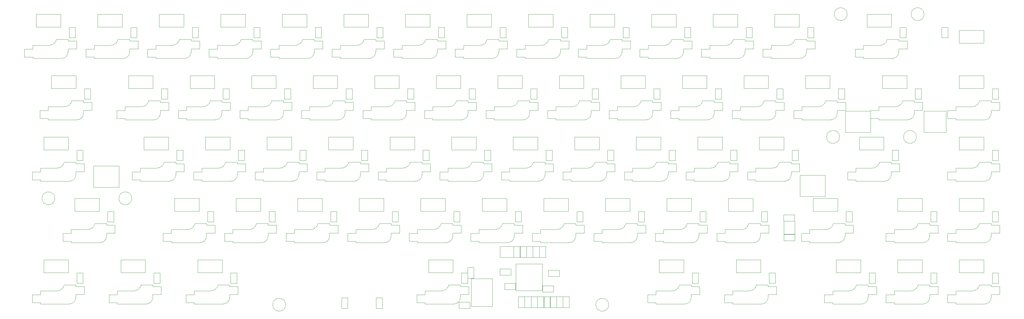
<source format=gbr>
%TF.GenerationSoftware,KiCad,Pcbnew,9.0.2*%
%TF.CreationDate,2025-06-21T23:14:43+02:00*%
%TF.ProjectId,MOD65,4d4f4436-352e-46b6-9963-61645f706362,2*%
%TF.SameCoordinates,Original*%
%TF.FileFunction,Other,User*%
%FSLAX46Y46*%
G04 Gerber Fmt 4.6, Leading zero omitted, Abs format (unit mm)*
G04 Created by KiCad (PCBNEW 9.0.2) date 2025-06-21 23:14:43*
%MOMM*%
%LPD*%
G01*
G04 APERTURE LIST*
%ADD10C,0.120000*%
%ADD11C,0.050000*%
G04 APERTURE END LIST*
D10*
%TO.C,H2*%
X282987500Y-69215000D02*
G75*
G02*
X278987500Y-69215000I-2000000J0D01*
G01*
X278987500Y-69215000D02*
G75*
G02*
X282987500Y-69215000I2000000J0D01*
G01*
X306800000Y-69215000D02*
G75*
G02*
X302800000Y-69215000I-2000000J0D01*
G01*
X302800000Y-69215000D02*
G75*
G02*
X306800000Y-69215000I2000000J0D01*
G01*
%TO.C,H1*%
X40100000Y-88265000D02*
G75*
G02*
X36100000Y-88265000I-2000000J0D01*
G01*
X36100000Y-88265000D02*
G75*
G02*
X40100000Y-88265000I2000000J0D01*
G01*
X63912500Y-88265000D02*
G75*
G02*
X59912500Y-88265000I-2000000J0D01*
G01*
X59912500Y-88265000D02*
G75*
G02*
X63912500Y-88265000I2000000J0D01*
G01*
%TO.C,H3*%
X285368750Y-31115000D02*
G75*
G02*
X281368750Y-31115000I-2000000J0D01*
G01*
X281368750Y-31115000D02*
G75*
G02*
X285368750Y-31115000I2000000J0D01*
G01*
X309181250Y-31115000D02*
G75*
G02*
X305181250Y-31115000I-2000000J0D01*
G01*
X305181250Y-31115000D02*
G75*
G02*
X309181250Y-31115000I2000000J0D01*
G01*
%TO.C,H4*%
X111537500Y-121285000D02*
G75*
G02*
X107537500Y-121285000I-2000000J0D01*
G01*
X107537500Y-121285000D02*
G75*
G02*
X111537500Y-121285000I2000000J0D01*
G01*
X211550000Y-121285000D02*
G75*
G02*
X207550000Y-121285000I-2000000J0D01*
G01*
X207550000Y-121285000D02*
G75*
G02*
X211550000Y-121285000I2000000J0D01*
G01*
D11*
%TO.C,D59*%
X46891250Y-114600000D02*
X46891250Y-111400000D01*
X48791250Y-111400000D02*
X46891250Y-111400000D01*
X48791250Y-114600000D02*
X46891250Y-114600000D01*
X48791250Y-114600000D02*
X48791250Y-111400000D01*
%TO.C,LED51*%
X172412500Y-88249999D02*
X172412500Y-92249999D01*
X172412500Y-92249999D02*
X180012500Y-92249999D01*
X180012500Y-88249999D02*
X172412500Y-88249999D01*
X180012500Y-92249999D02*
X180012500Y-88249999D01*
%TO.C,LED48*%
X115262500Y-88249999D02*
X115262500Y-92249999D01*
X115262500Y-92249999D02*
X122862500Y-92249999D01*
X122862500Y-88249999D02*
X115262500Y-88249999D01*
X122862500Y-92249999D02*
X122862500Y-88249999D01*
%TO.C,R1*%
X167850000Y-109720000D02*
X167850000Y-113080000D01*
X167850000Y-113080000D02*
X169750000Y-113080000D01*
X169750000Y-109720000D02*
X167850000Y-109720000D01*
X169750000Y-113080000D02*
X169750000Y-109720000D01*
%TO.C,SW39*%
X197372676Y-80070220D02*
X197372676Y-82520220D01*
X197372676Y-82520220D02*
X199922676Y-82520220D01*
X199922676Y-78900220D02*
X204987500Y-78900220D01*
X199922676Y-80070220D02*
X197372676Y-80070220D01*
X199922676Y-80070220D02*
X199922676Y-78900220D01*
X199922676Y-82950220D02*
X199922676Y-82520220D01*
X208872676Y-82950220D02*
X199922676Y-82950220D01*
X210872676Y-77060220D02*
X207281822Y-77060220D01*
X210872676Y-77500220D02*
X210872676Y-77060220D01*
X210872676Y-79950220D02*
X210872676Y-80950220D01*
X210872676Y-79950220D02*
X213472676Y-79950220D01*
X213472676Y-77500220D02*
X210872676Y-77500220D01*
X213472676Y-79950220D02*
X213472676Y-77500220D01*
X207281822Y-77060220D02*
G75*
G02*
X204987500Y-78900220I-2294320J510409D01*
G01*
X210872676Y-80950220D02*
G75*
G02*
X208872676Y-82950220I-2000004J4D01*
G01*
%TO.C,D50*%
X163572500Y-95550000D02*
X163572500Y-92350000D01*
X165472500Y-92350000D02*
X163572500Y-92350000D01*
X165472500Y-95550000D02*
X163572500Y-95550000D01*
X165472500Y-95550000D02*
X165472500Y-92350000D01*
%TO.C,SW55*%
X244997676Y-99120220D02*
X244997676Y-101570220D01*
X244997676Y-101570220D02*
X247547676Y-101570220D01*
X247547676Y-97950220D02*
X252612500Y-97950220D01*
X247547676Y-99120220D02*
X244997676Y-99120220D01*
X247547676Y-99120220D02*
X247547676Y-97950220D01*
X247547676Y-102000220D02*
X247547676Y-101570220D01*
X256497676Y-102000220D02*
X247547676Y-102000220D01*
X258497676Y-96110220D02*
X254906822Y-96110220D01*
X258497676Y-96550220D02*
X258497676Y-96110220D01*
X258497676Y-99000220D02*
X258497676Y-100000220D01*
X258497676Y-99000220D02*
X261097676Y-99000220D01*
X261097676Y-96550220D02*
X258497676Y-96550220D01*
X261097676Y-99000220D02*
X261097676Y-96550220D01*
X254906822Y-96110220D02*
G75*
G02*
X252612500Y-97950220I-2294320J510409D01*
G01*
X258497676Y-100000220D02*
G75*
G02*
X256497676Y-102000220I-2000004J4D01*
G01*
%TO.C,D26*%
X244535000Y-57450000D02*
X244535000Y-54250000D01*
X246435000Y-54250000D02*
X244535000Y-54250000D01*
X246435000Y-57450000D02*
X244535000Y-57450000D01*
X246435000Y-57450000D02*
X246435000Y-54250000D01*
%TO.C,C11*%
X177850000Y-110120000D02*
X177850000Y-112080000D01*
X177850000Y-112080000D02*
X181250000Y-112080000D01*
X181250000Y-110120000D02*
X177850000Y-110120000D01*
X181250000Y-112080000D02*
X181250000Y-110120000D01*
%TO.C,SW60*%
X56878926Y-118170220D02*
X56878926Y-120620220D01*
X56878926Y-120620220D02*
X59428926Y-120620220D01*
X59428926Y-117000220D02*
X64493750Y-117000220D01*
X59428926Y-118170220D02*
X56878926Y-118170220D01*
X59428926Y-118170220D02*
X59428926Y-117000220D01*
X59428926Y-121050220D02*
X59428926Y-120620220D01*
X68378926Y-121050220D02*
X59428926Y-121050220D01*
X70378926Y-115160220D02*
X66788072Y-115160220D01*
X70378926Y-115600220D02*
X70378926Y-115160220D01*
X70378926Y-118050220D02*
X70378926Y-119050220D01*
X70378926Y-118050220D02*
X72978926Y-118050220D01*
X72978926Y-115600220D02*
X70378926Y-115600220D01*
X72978926Y-118050220D02*
X72978926Y-115600220D01*
X66788072Y-115160220D02*
G75*
G02*
X64493750Y-117000220I-2294320J510409D01*
G01*
X70378926Y-119050220D02*
G75*
G02*
X68378926Y-121050220I-2000004J4D01*
G01*
%TO.C,LED45*%
X46206250Y-88249999D02*
X46206250Y-92249999D01*
X46206250Y-92249999D02*
X53806250Y-92249999D01*
X53806250Y-88249999D02*
X46206250Y-88249999D01*
X53806250Y-92249999D02*
X53806250Y-88249999D01*
%TO.C,SW23*%
X173560176Y-61020220D02*
X173560176Y-63470220D01*
X173560176Y-63470220D02*
X176110176Y-63470220D01*
X176110176Y-59850220D02*
X181175000Y-59850220D01*
X176110176Y-61020220D02*
X173560176Y-61020220D01*
X176110176Y-61020220D02*
X176110176Y-59850220D01*
X176110176Y-63900220D02*
X176110176Y-63470220D01*
X185060176Y-63900220D02*
X176110176Y-63900220D01*
X187060176Y-58010220D02*
X183469322Y-58010220D01*
X187060176Y-58450220D02*
X187060176Y-58010220D01*
X187060176Y-60900220D02*
X187060176Y-61900220D01*
X187060176Y-60900220D02*
X189660176Y-60900220D01*
X189660176Y-58450220D02*
X187060176Y-58450220D01*
X189660176Y-60900220D02*
X189660176Y-58450220D01*
X183469322Y-58010220D02*
G75*
G02*
X181175000Y-59850220I-2294320J510409D01*
G01*
X187060176Y-61900220D02*
G75*
G02*
X185060176Y-63900220I-2000004J4D01*
G01*
%TO.C,SW64*%
X247378926Y-118170220D02*
X247378926Y-120620220D01*
X247378926Y-120620220D02*
X249928926Y-120620220D01*
X249928926Y-117000220D02*
X254993750Y-117000220D01*
X249928926Y-118170220D02*
X247378926Y-118170220D01*
X249928926Y-118170220D02*
X249928926Y-117000220D01*
X249928926Y-121050220D02*
X249928926Y-120620220D01*
X258878926Y-121050220D02*
X249928926Y-121050220D01*
X260878926Y-115160220D02*
X257288072Y-115160220D01*
X260878926Y-115600220D02*
X260878926Y-115160220D01*
X260878926Y-118050220D02*
X260878926Y-119050220D01*
X260878926Y-118050220D02*
X263478926Y-118050220D01*
X263478926Y-115600220D02*
X260878926Y-115600220D01*
X263478926Y-118050220D02*
X263478926Y-115600220D01*
X257288072Y-115160220D02*
G75*
G02*
X254993750Y-117000220I-2294320J510409D01*
G01*
X260878926Y-119050220D02*
G75*
G02*
X258878926Y-121050220I-2000004J4D01*
G01*
%TO.C,LED15*%
X320050000Y-36100001D02*
X320050000Y-40100001D01*
X320050000Y-40100001D02*
X327650000Y-40100001D01*
X327650000Y-36100001D02*
X320050000Y-36100001D01*
X327650000Y-40100001D02*
X327650000Y-36100001D01*
%TO.C,D13*%
X273110000Y-38400000D02*
X273110000Y-35200000D01*
X275010000Y-35200000D02*
X273110000Y-35200000D01*
X275010000Y-38400000D02*
X273110000Y-38400000D01*
X275010000Y-38400000D02*
X275010000Y-35200000D01*
%TO.C,SW37*%
X159272676Y-80070220D02*
X159272676Y-82520220D01*
X159272676Y-82520220D02*
X161822676Y-82520220D01*
X161822676Y-78900220D02*
X166887500Y-78900220D01*
X161822676Y-80070220D02*
X159272676Y-80070220D01*
X161822676Y-80070220D02*
X161822676Y-78900220D01*
X161822676Y-82950220D02*
X161822676Y-82520220D01*
X170772676Y-82950220D02*
X161822676Y-82950220D01*
X172772676Y-77060220D02*
X169181822Y-77060220D01*
X172772676Y-77500220D02*
X172772676Y-77060220D01*
X172772676Y-79950220D02*
X172772676Y-80950220D01*
X172772676Y-79950220D02*
X175372676Y-79950220D01*
X175372676Y-77500220D02*
X172772676Y-77500220D01*
X175372676Y-79950220D02*
X175372676Y-77500220D01*
X169181822Y-77060220D02*
G75*
G02*
X166887500Y-78900220I-2294320J510409D01*
G01*
X172772676Y-80950220D02*
G75*
G02*
X170772676Y-82950220I-2000004J4D01*
G01*
%TO.C,LED65*%
X281950000Y-107300001D02*
X281950000Y-111300001D01*
X281950000Y-111300001D02*
X289550000Y-111300001D01*
X289550000Y-107300001D02*
X281950000Y-107300001D01*
X289550000Y-111300001D02*
X289550000Y-107300001D01*
%TO.C,SW44*%
X316435176Y-80070220D02*
X316435176Y-82520220D01*
X316435176Y-82520220D02*
X318985176Y-82520220D01*
X318985176Y-78900220D02*
X324050000Y-78900220D01*
X318985176Y-80070220D02*
X316435176Y-80070220D01*
X318985176Y-80070220D02*
X318985176Y-78900220D01*
X318985176Y-82950220D02*
X318985176Y-82520220D01*
X327935176Y-82950220D02*
X318985176Y-82950220D01*
X329935176Y-77060220D02*
X326344322Y-77060220D01*
X329935176Y-77500220D02*
X329935176Y-77060220D01*
X329935176Y-79950220D02*
X329935176Y-80950220D01*
X329935176Y-79950220D02*
X332535176Y-79950220D01*
X332535176Y-77500220D02*
X329935176Y-77500220D01*
X332535176Y-79950220D02*
X332535176Y-77500220D01*
X326344322Y-77060220D02*
G75*
G02*
X324050000Y-78900220I-2294320J510409D01*
G01*
X329935176Y-80950220D02*
G75*
G02*
X327935176Y-82950220I-2000004J4D01*
G01*
%TO.C,LED31*%
X36681250Y-69200001D02*
X36681250Y-73200001D01*
X36681250Y-73200001D02*
X44281250Y-73200001D01*
X44281250Y-69200001D02*
X36681250Y-69200001D01*
X44281250Y-73200001D02*
X44281250Y-69200001D01*
%TO.C,C16*%
X265700000Y-93320000D02*
X265700000Y-95280000D01*
X265700000Y-95280000D02*
X269100000Y-95280000D01*
X269100000Y-93320000D02*
X265700000Y-93320000D01*
X269100000Y-95280000D02*
X269100000Y-93320000D01*
%TO.C,LED64*%
X250993750Y-107300001D02*
X250993750Y-111300001D01*
X250993750Y-111300001D02*
X258593750Y-111300001D01*
X258593750Y-107300001D02*
X250993750Y-107300001D01*
X258593750Y-111300001D02*
X258593750Y-107300001D01*
%TO.C,LED33*%
X86687500Y-69200001D02*
X86687500Y-73200001D01*
X86687500Y-73200001D02*
X94287500Y-73200001D01*
X94287500Y-69200001D02*
X86687500Y-69200001D01*
X94287500Y-73200001D02*
X94287500Y-69200001D01*
%TO.C,D31*%
X46891250Y-76500000D02*
X46891250Y-73300000D01*
X48791250Y-73300000D02*
X46891250Y-73300000D01*
X48791250Y-76500000D02*
X46891250Y-76500000D01*
X48791250Y-76500000D02*
X48791250Y-73300000D01*
%TO.C,D56*%
X285016250Y-95550000D02*
X285016250Y-92350000D01*
X286916250Y-92350000D02*
X285016250Y-92350000D01*
X286916250Y-95550000D02*
X285016250Y-95550000D01*
X286916250Y-95550000D02*
X286916250Y-92350000D01*
%TO.C,LED26*%
X234325000Y-50149999D02*
X234325000Y-54149999D01*
X234325000Y-54149999D02*
X241925000Y-54149999D01*
X241925000Y-50149999D02*
X234325000Y-50149999D01*
X241925000Y-54149999D02*
X241925000Y-50149999D01*
%TO.C,LED21*%
X139075000Y-50149999D02*
X139075000Y-54149999D01*
X139075000Y-54149999D02*
X146675000Y-54149999D01*
X146675000Y-50149999D02*
X139075000Y-50149999D01*
X146675000Y-54149999D02*
X146675000Y-50149999D01*
%TO.C,LED6*%
X129550000Y-31100001D02*
X129550000Y-35100001D01*
X129550000Y-35100001D02*
X137150000Y-35100001D01*
X137150000Y-31100001D02*
X129550000Y-31100001D01*
X137150000Y-35100001D02*
X137150000Y-31100001D01*
%TO.C,LED61*%
X84306250Y-107300001D02*
X84306250Y-111300001D01*
X84306250Y-111300001D02*
X91906250Y-111300001D01*
X91906250Y-107300001D02*
X84306250Y-107300001D01*
X91906250Y-111300001D02*
X91906250Y-107300001D01*
%TO.C,D57*%
X311210000Y-95550000D02*
X311210000Y-92350000D01*
X313110000Y-92350000D02*
X311210000Y-92350000D01*
X313110000Y-95550000D02*
X311210000Y-95550000D01*
X313110000Y-95550000D02*
X313110000Y-92350000D01*
%TO.C,D60*%
X70703750Y-114600000D02*
X70703750Y-111400000D01*
X72603750Y-111400000D02*
X70703750Y-111400000D01*
X72603750Y-114600000D02*
X70703750Y-114600000D01*
X72603750Y-114600000D02*
X72603750Y-111400000D01*
%TO.C,LED13*%
X262900000Y-31100001D02*
X262900000Y-35100001D01*
X262900000Y-35100001D02*
X270500000Y-35100001D01*
X270500000Y-31100001D02*
X262900000Y-31100001D01*
X270500000Y-35100001D02*
X270500000Y-31100001D01*
%TO.C,D34*%
X115947500Y-76500000D02*
X115947500Y-73300000D01*
X117847500Y-73300000D02*
X115947500Y-73300000D01*
X117847500Y-76500000D02*
X115947500Y-76500000D01*
X117847500Y-76500000D02*
X117847500Y-73300000D01*
%TO.C,SW6*%
X125935176Y-41970220D02*
X125935176Y-44420220D01*
X125935176Y-44420220D02*
X128485176Y-44420220D01*
X128485176Y-40800220D02*
X133550000Y-40800220D01*
X128485176Y-41970220D02*
X125935176Y-41970220D01*
X128485176Y-41970220D02*
X128485176Y-40800220D01*
X128485176Y-44850220D02*
X128485176Y-44420220D01*
X137435176Y-44850220D02*
X128485176Y-44850220D01*
X139435176Y-38960220D02*
X135844322Y-38960220D01*
X139435176Y-39400220D02*
X139435176Y-38960220D01*
X139435176Y-41850220D02*
X139435176Y-42850220D01*
X139435176Y-41850220D02*
X142035176Y-41850220D01*
X142035176Y-39400220D02*
X139435176Y-39400220D01*
X142035176Y-41850220D02*
X142035176Y-39400220D01*
X135844322Y-38960220D02*
G75*
G02*
X133550000Y-40800220I-2294320J510409D01*
G01*
X139435176Y-42850220D02*
G75*
G02*
X137435176Y-44850220I-2000004J4D01*
G01*
%TO.C,C8*%
X191050000Y-115370000D02*
X191050000Y-117330000D01*
X191050000Y-117330000D02*
X194450000Y-117330000D01*
X194450000Y-115370000D02*
X191050000Y-115370000D01*
X194450000Y-117330000D02*
X194450000Y-115370000D01*
%TO.C,D53*%
X220722500Y-95550000D02*
X220722500Y-92350000D01*
X222622500Y-92350000D02*
X220722500Y-92350000D01*
X222622500Y-95550000D02*
X220722500Y-95550000D01*
X222622500Y-95550000D02*
X222622500Y-92350000D01*
%TO.C,LED30*%
X320050000Y-50149999D02*
X320050000Y-54149999D01*
X320050000Y-54149999D02*
X327650000Y-54149999D01*
X327650000Y-50149999D02*
X320050000Y-50149999D01*
X327650000Y-54149999D02*
X327650000Y-50149999D01*
%TO.C,D58*%
X330260000Y-95550000D02*
X330260000Y-92350000D01*
X332160000Y-92350000D02*
X330260000Y-92350000D01*
X332160000Y-95550000D02*
X330260000Y-95550000D01*
X332160000Y-95550000D02*
X332160000Y-92350000D01*
%TO.C,D51*%
X182622500Y-95550000D02*
X182622500Y-92350000D01*
X184522500Y-92350000D02*
X182622500Y-92350000D01*
X184522500Y-95550000D02*
X182622500Y-95550000D01*
X184522500Y-95550000D02*
X184522500Y-92350000D01*
%TO.C,LED62*%
X155743750Y-107300001D02*
X155743750Y-111300001D01*
X155743750Y-111300001D02*
X163343750Y-111300001D01*
X163343750Y-107300001D02*
X155743750Y-107300001D01*
X163343750Y-111300001D02*
X163343750Y-107300001D01*
%TO.C,SW16*%
X35447676Y-61020220D02*
X35447676Y-63470220D01*
X35447676Y-63470220D02*
X37997676Y-63470220D01*
X37997676Y-59850220D02*
X43062500Y-59850220D01*
X37997676Y-61020220D02*
X35447676Y-61020220D01*
X37997676Y-61020220D02*
X37997676Y-59850220D01*
X37997676Y-63900220D02*
X37997676Y-63470220D01*
X46947676Y-63900220D02*
X37997676Y-63900220D01*
X48947676Y-58010220D02*
X45356822Y-58010220D01*
X48947676Y-58450220D02*
X48947676Y-58010220D01*
X48947676Y-60900220D02*
X48947676Y-61900220D01*
X48947676Y-60900220D02*
X51547676Y-60900220D01*
X51547676Y-58450220D02*
X48947676Y-58450220D01*
X51547676Y-60900220D02*
X51547676Y-58450220D01*
X45356822Y-58010220D02*
G75*
G02*
X43062500Y-59850220I-2294320J510409D01*
G01*
X48947676Y-61900220D02*
G75*
G02*
X46947676Y-63900220I-2000004J4D01*
G01*
%TO.C,D54*%
X239772500Y-95550000D02*
X239772500Y-92350000D01*
X241672500Y-92350000D02*
X239772500Y-92350000D01*
X241672500Y-95550000D02*
X239772500Y-95550000D01*
X241672500Y-95550000D02*
X241672500Y-92350000D01*
%TO.C,SW9*%
X183085176Y-41970220D02*
X183085176Y-44420220D01*
X183085176Y-44420220D02*
X185635176Y-44420220D01*
X185635176Y-40800220D02*
X190700000Y-40800220D01*
X185635176Y-41970220D02*
X183085176Y-41970220D01*
X185635176Y-41970220D02*
X185635176Y-40800220D01*
X185635176Y-44850220D02*
X185635176Y-44420220D01*
X194585176Y-44850220D02*
X185635176Y-44850220D01*
X196585176Y-38960220D02*
X192994322Y-38960220D01*
X196585176Y-39400220D02*
X196585176Y-38960220D01*
X196585176Y-41850220D02*
X196585176Y-42850220D01*
X196585176Y-41850220D02*
X199185176Y-41850220D01*
X199185176Y-39400220D02*
X196585176Y-39400220D01*
X199185176Y-41850220D02*
X199185176Y-39400220D01*
X192994322Y-38960220D02*
G75*
G02*
X190700000Y-40800220I-2294320J510409D01*
G01*
X196585176Y-42850220D02*
G75*
G02*
X194585176Y-44850220I-2000004J4D01*
G01*
%TO.C,SW49*%
X130697676Y-99120220D02*
X130697676Y-101570220D01*
X130697676Y-101570220D02*
X133247676Y-101570220D01*
X133247676Y-97950220D02*
X138312500Y-97950220D01*
X133247676Y-99120220D02*
X130697676Y-99120220D01*
X133247676Y-99120220D02*
X133247676Y-97950220D01*
X133247676Y-102000220D02*
X133247676Y-101570220D01*
X142197676Y-102000220D02*
X133247676Y-102000220D01*
X144197676Y-96110220D02*
X140606822Y-96110220D01*
X144197676Y-96550220D02*
X144197676Y-96110220D01*
X144197676Y-99000220D02*
X144197676Y-100000220D01*
X144197676Y-99000220D02*
X146797676Y-99000220D01*
X146797676Y-96550220D02*
X144197676Y-96550220D01*
X146797676Y-99000220D02*
X146797676Y-96550220D01*
X140606822Y-96110220D02*
G75*
G02*
X138312500Y-97950220I-2294320J510409D01*
G01*
X144197676Y-100000220D02*
G75*
G02*
X142197676Y-102000220I-2000004J4D01*
G01*
%TO.C,U1*%
X169000000Y-113170000D02*
X175500000Y-113170000D01*
X169000000Y-121830000D02*
X169000000Y-113170000D01*
X175500000Y-113170000D02*
X175500000Y-121830000D01*
X175500000Y-121830000D02*
X169000000Y-121830000D01*
%TO.C,SW36*%
X140222676Y-80070220D02*
X140222676Y-82520220D01*
X140222676Y-82520220D02*
X142772676Y-82520220D01*
X142772676Y-78900220D02*
X147837500Y-78900220D01*
X142772676Y-80070220D02*
X140222676Y-80070220D01*
X142772676Y-80070220D02*
X142772676Y-78900220D01*
X142772676Y-82950220D02*
X142772676Y-82520220D01*
X151722676Y-82950220D02*
X142772676Y-82950220D01*
X153722676Y-77060220D02*
X150131822Y-77060220D01*
X153722676Y-77500220D02*
X153722676Y-77060220D01*
X153722676Y-79950220D02*
X153722676Y-80950220D01*
X153722676Y-79950220D02*
X156322676Y-79950220D01*
X156322676Y-77500220D02*
X153722676Y-77500220D01*
X156322676Y-79950220D02*
X156322676Y-77500220D01*
X150131822Y-77060220D02*
G75*
G02*
X147837500Y-78900220I-2294320J510409D01*
G01*
X153722676Y-80950220D02*
G75*
G02*
X151722676Y-82950220I-2000004J4D01*
G01*
%TO.C,LED60*%
X60493750Y-107300001D02*
X60493750Y-111300001D01*
X60493750Y-111300001D02*
X68093750Y-111300001D01*
X68093750Y-107300001D02*
X60493750Y-107300001D01*
X68093750Y-111300001D02*
X68093750Y-107300001D01*
%TO.C,SW54*%
X225947676Y-99120220D02*
X225947676Y-101570220D01*
X225947676Y-101570220D02*
X228497676Y-101570220D01*
X228497676Y-97950220D02*
X233562500Y-97950220D01*
X228497676Y-99120220D02*
X225947676Y-99120220D01*
X228497676Y-99120220D02*
X228497676Y-97950220D01*
X228497676Y-102000220D02*
X228497676Y-101570220D01*
X237447676Y-102000220D02*
X228497676Y-102000220D01*
X239447676Y-96110220D02*
X235856822Y-96110220D01*
X239447676Y-96550220D02*
X239447676Y-96110220D01*
X239447676Y-99000220D02*
X239447676Y-100000220D01*
X239447676Y-99000220D02*
X242047676Y-99000220D01*
X242047676Y-96550220D02*
X239447676Y-96550220D01*
X242047676Y-99000220D02*
X242047676Y-96550220D01*
X235856822Y-96110220D02*
G75*
G02*
X233562500Y-97950220I-2294320J510409D01*
G01*
X239447676Y-100000220D02*
G75*
G02*
X237447676Y-102000220I-2000004J4D01*
G01*
%TO.C,D45*%
X56416250Y-95550000D02*
X56416250Y-92350000D01*
X58316250Y-92350000D02*
X56416250Y-92350000D01*
X58316250Y-95550000D02*
X56416250Y-95550000D01*
X58316250Y-95550000D02*
X58316250Y-92350000D01*
%TO.C,LED43*%
X289093750Y-69200001D02*
X289093750Y-73200001D01*
X289093750Y-73200001D02*
X296693750Y-73200001D01*
X296693750Y-69200001D02*
X289093750Y-69200001D01*
X296693750Y-73200001D02*
X296693750Y-69200001D01*
%TO.C,LED19*%
X100975000Y-50149999D02*
X100975000Y-54149999D01*
X100975000Y-54149999D02*
X108575000Y-54149999D01*
X108575000Y-50149999D02*
X100975000Y-50149999D01*
X108575000Y-54149999D02*
X108575000Y-50149999D01*
%TO.C,LED34*%
X105737500Y-69200001D02*
X105737500Y-73200001D01*
X105737500Y-73200001D02*
X113337500Y-73200001D01*
X113337500Y-69200001D02*
X105737500Y-69200001D01*
X113337500Y-73200001D02*
X113337500Y-69200001D01*
%TO.C,SW48*%
X111647676Y-99120220D02*
X111647676Y-101570220D01*
X111647676Y-101570220D02*
X114197676Y-101570220D01*
X114197676Y-97950220D02*
X119262500Y-97950220D01*
X114197676Y-99120220D02*
X111647676Y-99120220D01*
X114197676Y-99120220D02*
X114197676Y-97950220D01*
X114197676Y-102000220D02*
X114197676Y-101570220D01*
X123147676Y-102000220D02*
X114197676Y-102000220D01*
X125147676Y-96110220D02*
X121556822Y-96110220D01*
X125147676Y-96550220D02*
X125147676Y-96110220D01*
X125147676Y-99000220D02*
X125147676Y-100000220D01*
X125147676Y-99000220D02*
X127747676Y-99000220D01*
X127747676Y-96550220D02*
X125147676Y-96550220D01*
X127747676Y-99000220D02*
X127747676Y-96550220D01*
X121556822Y-96110220D02*
G75*
G02*
X119262500Y-97950220I-2294320J510409D01*
G01*
X125147676Y-100000220D02*
G75*
G02*
X123147676Y-102000220I-2000004J4D01*
G01*
%TO.C,C17*%
X265740000Y-99420000D02*
X265740000Y-101380000D01*
X265740000Y-101380000D02*
X269140000Y-101380000D01*
X269140000Y-99420000D02*
X265740000Y-99420000D01*
X269140000Y-101380000D02*
X269140000Y-99420000D01*
%TO.C,D18*%
X92135000Y-57450000D02*
X92135000Y-54250000D01*
X94035000Y-54250000D02*
X92135000Y-54250000D01*
X94035000Y-57450000D02*
X92135000Y-57450000D01*
X94035000Y-57450000D02*
X94035000Y-54250000D01*
%TO.C,D16*%
X49272500Y-57450000D02*
X49272500Y-54250000D01*
X51172500Y-54250000D02*
X49272500Y-54250000D01*
X51172500Y-57450000D02*
X49272500Y-57450000D01*
X51172500Y-57450000D02*
X51172500Y-54250000D01*
%TO.C,D62*%
X165953750Y-114600000D02*
X165953750Y-111400000D01*
X167853750Y-111400000D02*
X165953750Y-111400000D01*
X167853750Y-114600000D02*
X165953750Y-114600000D01*
X167853750Y-114600000D02*
X167853750Y-111400000D01*
%TO.C,SW22*%
X154510176Y-61020220D02*
X154510176Y-63470220D01*
X154510176Y-63470220D02*
X157060176Y-63470220D01*
X157060176Y-59850220D02*
X162125000Y-59850220D01*
X157060176Y-61020220D02*
X154510176Y-61020220D01*
X157060176Y-61020220D02*
X157060176Y-59850220D01*
X157060176Y-63900220D02*
X157060176Y-63470220D01*
X166010176Y-63900220D02*
X157060176Y-63900220D01*
X168010176Y-58010220D02*
X164419322Y-58010220D01*
X168010176Y-58450220D02*
X168010176Y-58010220D01*
X168010176Y-60900220D02*
X168010176Y-61900220D01*
X168010176Y-60900220D02*
X170610176Y-60900220D01*
X170610176Y-58450220D02*
X168010176Y-58450220D01*
X170610176Y-60900220D02*
X170610176Y-58450220D01*
X164419322Y-58010220D02*
G75*
G02*
X162125000Y-59850220I-2294320J510409D01*
G01*
X168010176Y-61900220D02*
G75*
G02*
X166010176Y-63900220I-2000004J4D01*
G01*
%TO.C,LED7*%
X148600000Y-31100001D02*
X148600000Y-35100001D01*
X148600000Y-35100001D02*
X156200000Y-35100001D01*
X156200000Y-31100001D02*
X148600000Y-31100001D01*
X156200000Y-35100001D02*
X156200000Y-31100001D01*
%TO.C,SW25*%
X211660176Y-61020220D02*
X211660176Y-63470220D01*
X211660176Y-63470220D02*
X214210176Y-63470220D01*
X214210176Y-59850220D02*
X219275000Y-59850220D01*
X214210176Y-61020220D02*
X211660176Y-61020220D01*
X214210176Y-61020220D02*
X214210176Y-59850220D01*
X214210176Y-63900220D02*
X214210176Y-63470220D01*
X223160176Y-63900220D02*
X214210176Y-63900220D01*
X225160176Y-58010220D02*
X221569322Y-58010220D01*
X225160176Y-58450220D02*
X225160176Y-58010220D01*
X225160176Y-60900220D02*
X225160176Y-61900220D01*
X225160176Y-60900220D02*
X227760176Y-60900220D01*
X227760176Y-58450220D02*
X225160176Y-58450220D01*
X227760176Y-60900220D02*
X227760176Y-58450220D01*
X221569322Y-58010220D02*
G75*
G02*
X219275000Y-59850220I-2294320J510409D01*
G01*
X225160176Y-61900220D02*
G75*
G02*
X223160176Y-63900220I-2000004J4D01*
G01*
%TO.C,D42*%
X268347500Y-76500000D02*
X268347500Y-73300000D01*
X270247500Y-73300000D02*
X268347500Y-73300000D01*
X270247500Y-76500000D02*
X268347500Y-76500000D01*
X270247500Y-76500000D02*
X270247500Y-73300000D01*
%TO.C,SW42*%
X254522676Y-80070220D02*
X254522676Y-82520220D01*
X254522676Y-82520220D02*
X257072676Y-82520220D01*
X257072676Y-78900220D02*
X262137500Y-78900220D01*
X257072676Y-80070220D02*
X254522676Y-80070220D01*
X257072676Y-80070220D02*
X257072676Y-78900220D01*
X257072676Y-82950220D02*
X257072676Y-82520220D01*
X266022676Y-82950220D02*
X257072676Y-82950220D01*
X268022676Y-77060220D02*
X264431822Y-77060220D01*
X268022676Y-77500220D02*
X268022676Y-77060220D01*
X268022676Y-79950220D02*
X268022676Y-80950220D01*
X268022676Y-79950220D02*
X270622676Y-79950220D01*
X270622676Y-77500220D02*
X268022676Y-77500220D01*
X270622676Y-79950220D02*
X270622676Y-77500220D01*
X264431822Y-77060220D02*
G75*
G02*
X262137500Y-78900220I-2294320J510409D01*
G01*
X268022676Y-80950220D02*
G75*
G02*
X266022676Y-82950220I-2000004J4D01*
G01*
%TO.C,SW3*%
X68785176Y-41970220D02*
X68785176Y-44420220D01*
X68785176Y-44420220D02*
X71335176Y-44420220D01*
X71335176Y-40800220D02*
X76400000Y-40800220D01*
X71335176Y-41970220D02*
X68785176Y-41970220D01*
X71335176Y-41970220D02*
X71335176Y-40800220D01*
X71335176Y-44850220D02*
X71335176Y-44420220D01*
X80285176Y-44850220D02*
X71335176Y-44850220D01*
X82285176Y-38960220D02*
X78694322Y-38960220D01*
X82285176Y-39400220D02*
X82285176Y-38960220D01*
X82285176Y-41850220D02*
X82285176Y-42850220D01*
X82285176Y-41850220D02*
X84885176Y-41850220D01*
X84885176Y-39400220D02*
X82285176Y-39400220D01*
X84885176Y-41850220D02*
X84885176Y-39400220D01*
X78694322Y-38960220D02*
G75*
G02*
X76400000Y-40800220I-2294320J510409D01*
G01*
X82285176Y-42850220D02*
G75*
G02*
X80285176Y-44850220I-2000004J4D01*
G01*
%TO.C,LED28*%
X272425000Y-50149999D02*
X272425000Y-54149999D01*
X272425000Y-54149999D02*
X280025000Y-54149999D01*
X280025000Y-50149999D02*
X272425000Y-50149999D01*
X280025000Y-54149999D02*
X280025000Y-50149999D01*
%TO.C,D36*%
X154047500Y-76500000D02*
X154047500Y-73300000D01*
X155947500Y-73300000D02*
X154047500Y-73300000D01*
X155947500Y-76500000D02*
X154047500Y-76500000D01*
X155947500Y-76500000D02*
X155947500Y-73300000D01*
%TO.C,D40*%
X230247500Y-76500000D02*
X230247500Y-73300000D01*
X232147500Y-73300000D02*
X230247500Y-73300000D01*
X232147500Y-76500000D02*
X230247500Y-76500000D01*
X232147500Y-76500000D02*
X232147500Y-73300000D01*
%TO.C,SW32*%
X64022676Y-80070220D02*
X64022676Y-82520220D01*
X64022676Y-82520220D02*
X66572676Y-82520220D01*
X66572676Y-78900220D02*
X71637500Y-78900220D01*
X66572676Y-80070220D02*
X64022676Y-80070220D01*
X66572676Y-80070220D02*
X66572676Y-78900220D01*
X66572676Y-82950220D02*
X66572676Y-82520220D01*
X75522676Y-82950220D02*
X66572676Y-82950220D01*
X77522676Y-77060220D02*
X73931822Y-77060220D01*
X77522676Y-77500220D02*
X77522676Y-77060220D01*
X77522676Y-79950220D02*
X77522676Y-80950220D01*
X77522676Y-79950220D02*
X80122676Y-79950220D01*
X80122676Y-77500220D02*
X77522676Y-77500220D01*
X80122676Y-79950220D02*
X80122676Y-77500220D01*
X73931822Y-77060220D02*
G75*
G02*
X71637500Y-78900220I-2294320J510409D01*
G01*
X77522676Y-80950220D02*
G75*
G02*
X75522676Y-82950220I-2000004J4D01*
G01*
%TO.C,C12*%
X193427135Y-118750000D02*
X193427135Y-122150000D01*
X193427135Y-122150000D02*
X195387135Y-122150000D01*
X195387135Y-118750000D02*
X193427135Y-118750000D01*
X195387135Y-122150000D02*
X195387135Y-118750000D01*
%TO.C,R3*%
X191485708Y-118770000D02*
X191485708Y-122130000D01*
X191485708Y-122130000D02*
X193385708Y-122130000D01*
X193385708Y-118770000D02*
X191485708Y-118770000D01*
X193385708Y-122130000D02*
X193385708Y-118770000D01*
%TO.C,SW28*%
X268810176Y-61020220D02*
X268810176Y-63470220D01*
X268810176Y-63470220D02*
X271360176Y-63470220D01*
X271360176Y-59850220D02*
X276425000Y-59850220D01*
X271360176Y-61020220D02*
X268810176Y-61020220D01*
X271360176Y-61020220D02*
X271360176Y-59850220D01*
X271360176Y-63900220D02*
X271360176Y-63470220D01*
X280310176Y-63900220D02*
X271360176Y-63900220D01*
X282310176Y-58010220D02*
X278719322Y-58010220D01*
X282310176Y-58450220D02*
X282310176Y-58010220D01*
X282310176Y-60900220D02*
X282310176Y-61900220D01*
X282310176Y-60900220D02*
X284910176Y-60900220D01*
X284910176Y-58450220D02*
X282310176Y-58450220D01*
X284910176Y-60900220D02*
X284910176Y-58450220D01*
X278719322Y-58010220D02*
G75*
G02*
X276425000Y-59850220I-2294320J510409D01*
G01*
X282310176Y-61900220D02*
G75*
G02*
X280310176Y-63900220I-2000004J4D01*
G01*
%TO.C,SW62*%
X152128926Y-118170220D02*
X152128926Y-120620220D01*
X152128926Y-120620220D02*
X154678926Y-120620220D01*
X154678926Y-117000220D02*
X159743750Y-117000220D01*
X154678926Y-118170220D02*
X152128926Y-118170220D01*
X154678926Y-118170220D02*
X154678926Y-117000220D01*
X154678926Y-121050220D02*
X154678926Y-120620220D01*
X163628926Y-121050220D02*
X154678926Y-121050220D01*
X165628926Y-115160220D02*
X162038072Y-115160220D01*
X165628926Y-115600220D02*
X165628926Y-115160220D01*
X165628926Y-118050220D02*
X165628926Y-119050220D01*
X165628926Y-118050220D02*
X168228926Y-118050220D01*
X168228926Y-115600220D02*
X165628926Y-115600220D01*
X168228926Y-118050220D02*
X168228926Y-115600220D01*
X162038072Y-115160220D02*
G75*
G02*
X159743750Y-117000220I-2294320J510409D01*
G01*
X165628926Y-119050220D02*
G75*
G02*
X163628926Y-121050220I-2000004J4D01*
G01*
%TO.C,SW2*%
X49735176Y-41970220D02*
X49735176Y-44420220D01*
X49735176Y-44420220D02*
X52285176Y-44420220D01*
X52285176Y-40800220D02*
X57350000Y-40800220D01*
X52285176Y-41970220D02*
X49735176Y-41970220D01*
X52285176Y-41970220D02*
X52285176Y-40800220D01*
X52285176Y-44850220D02*
X52285176Y-44420220D01*
X61235176Y-44850220D02*
X52285176Y-44850220D01*
X63235176Y-38960220D02*
X59644322Y-38960220D01*
X63235176Y-39400220D02*
X63235176Y-38960220D01*
X63235176Y-41850220D02*
X63235176Y-42850220D01*
X63235176Y-41850220D02*
X65835176Y-41850220D01*
X65835176Y-39400220D02*
X63235176Y-39400220D01*
X65835176Y-41850220D02*
X65835176Y-39400220D01*
X59644322Y-38960220D02*
G75*
G02*
X57350000Y-40800220I-2294320J510409D01*
G01*
X63235176Y-42850220D02*
G75*
G02*
X61235176Y-44850220I-2000004J4D01*
G01*
%TO.C,D27*%
X263585000Y-57450000D02*
X263585000Y-54250000D01*
X265485000Y-54250000D02*
X263585000Y-54250000D01*
X265485000Y-57450000D02*
X263585000Y-57450000D01*
X265485000Y-57450000D02*
X265485000Y-54250000D01*
%TO.C,SW10*%
X202135176Y-41970220D02*
X202135176Y-44420220D01*
X202135176Y-44420220D02*
X204685176Y-44420220D01*
X204685176Y-40800220D02*
X209750000Y-40800220D01*
X204685176Y-41970220D02*
X202135176Y-41970220D01*
X204685176Y-41970220D02*
X204685176Y-40800220D01*
X204685176Y-44850220D02*
X204685176Y-44420220D01*
X213635176Y-44850220D02*
X204685176Y-44850220D01*
X215635176Y-38960220D02*
X212044322Y-38960220D01*
X215635176Y-39400220D02*
X215635176Y-38960220D01*
X215635176Y-41850220D02*
X215635176Y-42850220D01*
X215635176Y-41850220D02*
X218235176Y-41850220D01*
X218235176Y-39400220D02*
X215635176Y-39400220D01*
X218235176Y-41850220D02*
X218235176Y-39400220D01*
X212044322Y-38960220D02*
G75*
G02*
X209750000Y-40800220I-2294320J510409D01*
G01*
X215635176Y-42850220D02*
G75*
G02*
X213635176Y-44850220I-2000004J4D01*
G01*
%TO.C,SW46*%
X73547676Y-99120220D02*
X73547676Y-101570220D01*
X73547676Y-101570220D02*
X76097676Y-101570220D01*
X76097676Y-97950220D02*
X81162500Y-97950220D01*
X76097676Y-99120220D02*
X73547676Y-99120220D01*
X76097676Y-99120220D02*
X76097676Y-97950220D01*
X76097676Y-102000220D02*
X76097676Y-101570220D01*
X85047676Y-102000220D02*
X76097676Y-102000220D01*
X87047676Y-96110220D02*
X83456822Y-96110220D01*
X87047676Y-96550220D02*
X87047676Y-96110220D01*
X87047676Y-99000220D02*
X87047676Y-100000220D01*
X87047676Y-99000220D02*
X89647676Y-99000220D01*
X89647676Y-96550220D02*
X87047676Y-96550220D01*
X89647676Y-99000220D02*
X89647676Y-96550220D01*
X83456822Y-96110220D02*
G75*
G02*
X81162500Y-97950220I-2294320J510409D01*
G01*
X87047676Y-100000220D02*
G75*
G02*
X85047676Y-102000220I-2000004J4D01*
G01*
%TO.C,LED12*%
X243850000Y-31100001D02*
X243850000Y-35100001D01*
X243850000Y-35100001D02*
X251450000Y-35100001D01*
X251450000Y-31100001D02*
X243850000Y-31100001D01*
X251450000Y-35100001D02*
X251450000Y-31100001D01*
%TO.C,C6*%
X197369989Y-118750000D02*
X197369989Y-122150000D01*
X197369989Y-122150000D02*
X199329989Y-122150000D01*
X199329989Y-118750000D02*
X197369989Y-118750000D01*
X199329989Y-122150000D02*
X199329989Y-118750000D01*
%TO.C,LED41*%
X239087500Y-69200001D02*
X239087500Y-73200001D01*
X239087500Y-73200001D02*
X246687500Y-73200001D01*
X246687500Y-69200001D02*
X239087500Y-69200001D01*
X246687500Y-73200001D02*
X246687500Y-69200001D01*
%TO.C,SW31*%
X33066426Y-80070220D02*
X33066426Y-82520220D01*
X33066426Y-82520220D02*
X35616426Y-82520220D01*
X35616426Y-78900220D02*
X40681250Y-78900220D01*
X35616426Y-80070220D02*
X33066426Y-80070220D01*
X35616426Y-80070220D02*
X35616426Y-78900220D01*
X35616426Y-82950220D02*
X35616426Y-82520220D01*
X44566426Y-82950220D02*
X35616426Y-82950220D01*
X46566426Y-77060220D02*
X42975572Y-77060220D01*
X46566426Y-77500220D02*
X46566426Y-77060220D01*
X46566426Y-79950220D02*
X46566426Y-80950220D01*
X46566426Y-79950220D02*
X49166426Y-79950220D01*
X49166426Y-77500220D02*
X46566426Y-77500220D01*
X49166426Y-79950220D02*
X49166426Y-77500220D01*
X42975572Y-77060220D02*
G75*
G02*
X40681250Y-78900220I-2294320J510409D01*
G01*
X46566426Y-80950220D02*
G75*
G02*
X44566426Y-82950220I-2000004J4D01*
G01*
%TO.C,SW14*%
X287860176Y-41970220D02*
X287860176Y-44420220D01*
X287860176Y-44420220D02*
X290410176Y-44420220D01*
X290410176Y-40800220D02*
X295475000Y-40800220D01*
X290410176Y-41970220D02*
X287860176Y-41970220D01*
X290410176Y-41970220D02*
X290410176Y-40800220D01*
X290410176Y-44850220D02*
X290410176Y-44420220D01*
X299360176Y-44850220D02*
X290410176Y-44850220D01*
X301360176Y-38960220D02*
X297769322Y-38960220D01*
X301360176Y-39400220D02*
X301360176Y-38960220D01*
X301360176Y-41850220D02*
X301360176Y-42850220D01*
X301360176Y-41850220D02*
X303960176Y-41850220D01*
X303960176Y-39400220D02*
X301360176Y-39400220D01*
X303960176Y-41850220D02*
X303960176Y-39400220D01*
X297769322Y-38960220D02*
G75*
G02*
X295475000Y-40800220I-2294320J510409D01*
G01*
X301360176Y-42850220D02*
G75*
G02*
X299360176Y-44850220I-2000004J4D01*
G01*
%TO.C,SW13*%
X259285176Y-41970220D02*
X259285176Y-44420220D01*
X259285176Y-44420220D02*
X261835176Y-44420220D01*
X261835176Y-40800220D02*
X266900000Y-40800220D01*
X261835176Y-41970220D02*
X259285176Y-41970220D01*
X261835176Y-41970220D02*
X261835176Y-40800220D01*
X261835176Y-44850220D02*
X261835176Y-44420220D01*
X270785176Y-44850220D02*
X261835176Y-44850220D01*
X272785176Y-38960220D02*
X269194322Y-38960220D01*
X272785176Y-39400220D02*
X272785176Y-38960220D01*
X272785176Y-41850220D02*
X272785176Y-42850220D01*
X272785176Y-41850220D02*
X275385176Y-41850220D01*
X275385176Y-39400220D02*
X272785176Y-39400220D01*
X275385176Y-41850220D02*
X275385176Y-39400220D01*
X269194322Y-38960220D02*
G75*
G02*
X266900000Y-40800220I-2294320J510409D01*
G01*
X272785176Y-42850220D02*
G75*
G02*
X270785176Y-44850220I-2000004J4D01*
G01*
%TO.C,LED42*%
X258137500Y-69200001D02*
X258137500Y-73200001D01*
X258137500Y-73200001D02*
X265737500Y-73200001D01*
X265737500Y-69200001D02*
X258137500Y-69200001D01*
X265737500Y-73200001D02*
X265737500Y-69200001D01*
%TO.C,D63*%
X237391250Y-114600000D02*
X237391250Y-111400000D01*
X239291250Y-111400000D02*
X237391250Y-111400000D01*
X239291250Y-114600000D02*
X237391250Y-114600000D01*
X239291250Y-114600000D02*
X239291250Y-111400000D01*
%TO.C,D64*%
X261203750Y-114600000D02*
X261203750Y-111400000D01*
X263103750Y-111400000D02*
X261203750Y-111400000D01*
X263103750Y-114600000D02*
X261203750Y-114600000D01*
X263103750Y-114600000D02*
X263103750Y-111400000D01*
%TO.C,LED67*%
X320050000Y-107300001D02*
X320050000Y-111300001D01*
X320050000Y-111300001D02*
X327650000Y-111300001D01*
X327650000Y-107300001D02*
X320050000Y-107300001D01*
X327650000Y-111300001D02*
X327650000Y-107300001D01*
%TO.C,D33*%
X96897500Y-76500000D02*
X96897500Y-73300000D01*
X98797500Y-73300000D02*
X96897500Y-73300000D01*
X98797500Y-76500000D02*
X96897500Y-76500000D01*
X98797500Y-76500000D02*
X98797500Y-73300000D01*
%TO.C,D11*%
X235010000Y-38400000D02*
X235010000Y-35200000D01*
X236910000Y-35200000D02*
X235010000Y-35200000D01*
X236910000Y-38400000D02*
X235010000Y-38400000D01*
X236910000Y-38400000D02*
X236910000Y-35200000D01*
%TO.C,D12*%
X254060000Y-38400000D02*
X254060000Y-35200000D01*
X255960000Y-35200000D02*
X254060000Y-35200000D01*
X255960000Y-38400000D02*
X254060000Y-38400000D01*
X255960000Y-38400000D02*
X255960000Y-35200000D01*
%TO.C,C2*%
X190070000Y-103200000D02*
X190070000Y-106600000D01*
X190070000Y-106600000D02*
X192030000Y-106600000D01*
X192030000Y-103200000D02*
X190070000Y-103200000D01*
X192030000Y-106600000D02*
X192030000Y-103200000D01*
%TO.C,D48*%
X125472500Y-95550000D02*
X125472500Y-92350000D01*
X127372500Y-92350000D02*
X125472500Y-92350000D01*
X127372500Y-95550000D02*
X125472500Y-95550000D01*
X127372500Y-95550000D02*
X127372500Y-92350000D01*
%TO.C,D67*%
X330260000Y-114600000D02*
X330260000Y-111400000D01*
X332160000Y-111400000D02*
X330260000Y-111400000D01*
X332160000Y-114600000D02*
X330260000Y-114600000D01*
X332160000Y-114600000D02*
X332160000Y-111400000D01*
%TO.C,D46*%
X87372500Y-95550000D02*
X87372500Y-92350000D01*
X89272500Y-92350000D02*
X87372500Y-92350000D01*
X89272500Y-95550000D02*
X87372500Y-95550000D01*
X89272500Y-95550000D02*
X89272500Y-92350000D01*
%TO.C,J3*%
X52100000Y-78220000D02*
X59900000Y-78220000D01*
X52100000Y-84780000D02*
X52100000Y-78220000D01*
X59900000Y-78220000D02*
X59900000Y-84780000D01*
X59900000Y-84780000D02*
X52100000Y-84780000D01*
%TO.C,SW33*%
X83072676Y-80070220D02*
X83072676Y-82520220D01*
X83072676Y-82520220D02*
X85622676Y-82520220D01*
X85622676Y-78900220D02*
X90687500Y-78900220D01*
X85622676Y-80070220D02*
X83072676Y-80070220D01*
X85622676Y-80070220D02*
X85622676Y-78900220D01*
X85622676Y-82950220D02*
X85622676Y-82520220D01*
X94572676Y-82950220D02*
X85622676Y-82950220D01*
X96572676Y-77060220D02*
X92981822Y-77060220D01*
X96572676Y-77500220D02*
X96572676Y-77060220D01*
X96572676Y-79950220D02*
X96572676Y-80950220D01*
X96572676Y-79950220D02*
X99172676Y-79950220D01*
X99172676Y-77500220D02*
X96572676Y-77500220D01*
X99172676Y-79950220D02*
X99172676Y-77500220D01*
X92981822Y-77060220D02*
G75*
G02*
X90687500Y-78900220I-2294320J510409D01*
G01*
X96572676Y-80950220D02*
G75*
G02*
X94572676Y-82950220I-2000004J4D01*
G01*
%TO.C,SW1*%
X30685176Y-41970220D02*
X30685176Y-44420220D01*
X30685176Y-44420220D02*
X33235176Y-44420220D01*
X33235176Y-40800220D02*
X38300000Y-40800220D01*
X33235176Y-41970220D02*
X30685176Y-41970220D01*
X33235176Y-41970220D02*
X33235176Y-40800220D01*
X33235176Y-44850220D02*
X33235176Y-44420220D01*
X42185176Y-44850220D02*
X33235176Y-44850220D01*
X44185176Y-38960220D02*
X40594322Y-38960220D01*
X44185176Y-39400220D02*
X44185176Y-38960220D01*
X44185176Y-41850220D02*
X44185176Y-42850220D01*
X44185176Y-41850220D02*
X46785176Y-41850220D01*
X46785176Y-39400220D02*
X44185176Y-39400220D01*
X46785176Y-41850220D02*
X46785176Y-39400220D01*
X40594322Y-38960220D02*
G75*
G02*
X38300000Y-40800220I-2294320J510409D01*
G01*
X44185176Y-42850220D02*
G75*
G02*
X42185176Y-44850220I-2000004J4D01*
G01*
%TO.C,LED37*%
X162887500Y-69200001D02*
X162887500Y-73200001D01*
X162887500Y-73200001D02*
X170487500Y-73200001D01*
X170487500Y-69200001D02*
X162887500Y-69200001D01*
X170487500Y-73200001D02*
X170487500Y-69200001D01*
%TO.C,U2*%
X265737500Y-95300000D02*
X269137500Y-95300000D01*
X265737500Y-99400000D02*
X265737500Y-95300000D01*
X269137500Y-95300000D02*
X269137500Y-99400000D01*
X269137500Y-99400000D02*
X265737500Y-99400000D01*
%TO.C,D23*%
X187385000Y-57450000D02*
X187385000Y-54250000D01*
X189285000Y-54250000D02*
X187385000Y-54250000D01*
X189285000Y-57450000D02*
X187385000Y-57450000D01*
X189285000Y-57450000D02*
X189285000Y-54250000D01*
%TO.C,LED38*%
X181937500Y-69200001D02*
X181937500Y-73200001D01*
X181937500Y-73200001D02*
X189537500Y-73200001D01*
X189537500Y-69200001D02*
X181937500Y-69200001D01*
X189537500Y-73200001D02*
X189537500Y-69200001D01*
%TO.C,LED54*%
X229562500Y-88249999D02*
X229562500Y-92249999D01*
X229562500Y-92249999D02*
X237162500Y-92249999D01*
X237162500Y-88249999D02*
X229562500Y-88249999D01*
X237162500Y-92249999D02*
X237162500Y-88249999D01*
%TO.C,D21*%
X149285000Y-57450000D02*
X149285000Y-54250000D01*
X151185000Y-54250000D02*
X149285000Y-54250000D01*
X151185000Y-57450000D02*
X149285000Y-57450000D01*
X151185000Y-57450000D02*
X151185000Y-54250000D01*
%TO.C,C13*%
X195398562Y-118750000D02*
X195398562Y-122150000D01*
X195398562Y-122150000D02*
X197358562Y-122150000D01*
X197358562Y-118750000D02*
X195398562Y-118750000D01*
X197358562Y-122150000D02*
X197358562Y-118750000D01*
%TO.C,SW29*%
X292622676Y-61020220D02*
X292622676Y-63470220D01*
X292622676Y-63470220D02*
X295172676Y-63470220D01*
X295172676Y-59850220D02*
X300237500Y-59850220D01*
X295172676Y-61020220D02*
X292622676Y-61020220D01*
X295172676Y-61020220D02*
X295172676Y-59850220D01*
X295172676Y-63900220D02*
X295172676Y-63470220D01*
X304122676Y-63900220D02*
X295172676Y-63900220D01*
X306122676Y-58010220D02*
X302531822Y-58010220D01*
X306122676Y-58450220D02*
X306122676Y-58010220D01*
X306122676Y-60900220D02*
X306122676Y-61900220D01*
X306122676Y-60900220D02*
X308722676Y-60900220D01*
X308722676Y-58450220D02*
X306122676Y-58450220D01*
X308722676Y-60900220D02*
X308722676Y-58450220D01*
X302531822Y-58010220D02*
G75*
G02*
X300237500Y-59850220I-2294320J510409D01*
G01*
X306122676Y-61900220D02*
G75*
G02*
X304122676Y-63900220I-2000004J4D01*
G01*
%TO.C,LED2*%
X53350000Y-31100001D02*
X53350000Y-35100001D01*
X53350000Y-35100001D02*
X60950000Y-35100001D01*
X60950000Y-31100001D02*
X53350000Y-31100001D01*
X60950000Y-35100001D02*
X60950000Y-31100001D01*
%TO.C,C7*%
X188082500Y-103200000D02*
X188082500Y-106600000D01*
X188082500Y-106600000D02*
X190042500Y-106600000D01*
X190042500Y-103200000D02*
X188082500Y-103200000D01*
X190042500Y-106600000D02*
X190042500Y-103200000D01*
%TO.C,SW11*%
X221185176Y-41970220D02*
X221185176Y-44420220D01*
X221185176Y-44420220D02*
X223735176Y-44420220D01*
X223735176Y-40800220D02*
X228800000Y-40800220D01*
X223735176Y-41970220D02*
X221185176Y-41970220D01*
X223735176Y-41970220D02*
X223735176Y-40800220D01*
X223735176Y-44850220D02*
X223735176Y-44420220D01*
X232685176Y-44850220D02*
X223735176Y-44850220D01*
X234685176Y-38960220D02*
X231094322Y-38960220D01*
X234685176Y-39400220D02*
X234685176Y-38960220D01*
X234685176Y-41850220D02*
X234685176Y-42850220D01*
X234685176Y-41850220D02*
X237285176Y-41850220D01*
X237285176Y-39400220D02*
X234685176Y-39400220D01*
X237285176Y-41850220D02*
X237285176Y-39400220D01*
X231094322Y-38960220D02*
G75*
G02*
X228800000Y-40800220I-2294320J510409D01*
G01*
X234685176Y-42850220D02*
G75*
G02*
X232685176Y-44850220I-2000004J4D01*
G01*
%TO.C,SW61*%
X80691426Y-118170220D02*
X80691426Y-120620220D01*
X80691426Y-120620220D02*
X83241426Y-120620220D01*
X83241426Y-117000220D02*
X88306250Y-117000220D01*
X83241426Y-118170220D02*
X80691426Y-118170220D01*
X83241426Y-118170220D02*
X83241426Y-117000220D01*
X83241426Y-121050220D02*
X83241426Y-120620220D01*
X92191426Y-121050220D02*
X83241426Y-121050220D01*
X94191426Y-115160220D02*
X90600572Y-115160220D01*
X94191426Y-115600220D02*
X94191426Y-115160220D01*
X94191426Y-118050220D02*
X94191426Y-119050220D01*
X94191426Y-118050220D02*
X96791426Y-118050220D01*
X96791426Y-115600220D02*
X94191426Y-115600220D01*
X96791426Y-118050220D02*
X96791426Y-115600220D01*
X90600572Y-115160220D02*
G75*
G02*
X88306250Y-117000220I-2294320J510409D01*
G01*
X94191426Y-119050220D02*
G75*
G02*
X92191426Y-121050220I-2000004J4D01*
G01*
%TO.C,D61*%
X94516250Y-114600000D02*
X94516250Y-111400000D01*
X96416250Y-111400000D02*
X94516250Y-111400000D01*
X96416250Y-114600000D02*
X94516250Y-114600000D01*
X96416250Y-114600000D02*
X96416250Y-111400000D01*
%TO.C,LED46*%
X77162500Y-88249999D02*
X77162500Y-92249999D01*
X77162500Y-92249999D02*
X84762500Y-92249999D01*
X84762500Y-88249999D02*
X77162500Y-88249999D01*
X84762500Y-92249999D02*
X84762500Y-88249999D01*
%TO.C,D38*%
X192147500Y-76500000D02*
X192147500Y-73300000D01*
X194047500Y-73300000D02*
X192147500Y-73300000D01*
X194047500Y-76500000D02*
X192147500Y-76500000D01*
X194047500Y-76500000D02*
X194047500Y-73300000D01*
%TO.C,D30*%
X330260000Y-57450000D02*
X330260000Y-54250000D01*
X332160000Y-54250000D02*
X330260000Y-54250000D01*
X332160000Y-57450000D02*
X330260000Y-57450000D01*
X332160000Y-57450000D02*
X332160000Y-54250000D01*
%TO.C,SW58*%
X316435176Y-99120220D02*
X316435176Y-101570220D01*
X316435176Y-101570220D02*
X318985176Y-101570220D01*
X318985176Y-97950220D02*
X324050000Y-97950220D01*
X318985176Y-99120220D02*
X316435176Y-99120220D01*
X318985176Y-99120220D02*
X318985176Y-97950220D01*
X318985176Y-102000220D02*
X318985176Y-101570220D01*
X327935176Y-102000220D02*
X318985176Y-102000220D01*
X329935176Y-96110220D02*
X326344322Y-96110220D01*
X329935176Y-96550220D02*
X329935176Y-96110220D01*
X329935176Y-99000220D02*
X329935176Y-100000220D01*
X329935176Y-99000220D02*
X332535176Y-99000220D01*
X332535176Y-96550220D02*
X329935176Y-96550220D01*
X332535176Y-99000220D02*
X332535176Y-96550220D01*
X326344322Y-96110220D02*
G75*
G02*
X324050000Y-97950220I-2294320J510409D01*
G01*
X329935176Y-100000220D02*
G75*
G02*
X327935176Y-102000220I-2000004J4D01*
G01*
%TO.C,SW65*%
X278335176Y-118170220D02*
X278335176Y-120620220D01*
X278335176Y-120620220D02*
X280885176Y-120620220D01*
X280885176Y-117000220D02*
X285950000Y-117000220D01*
X280885176Y-118170220D02*
X278335176Y-118170220D01*
X280885176Y-118170220D02*
X280885176Y-117000220D01*
X280885176Y-121050220D02*
X280885176Y-120620220D01*
X289835176Y-121050220D02*
X280885176Y-121050220D01*
X291835176Y-115160220D02*
X288244322Y-115160220D01*
X291835176Y-115600220D02*
X291835176Y-115160220D01*
X291835176Y-118050220D02*
X291835176Y-119050220D01*
X291835176Y-118050220D02*
X294435176Y-118050220D01*
X294435176Y-115600220D02*
X291835176Y-115600220D01*
X294435176Y-118050220D02*
X294435176Y-115600220D01*
X288244322Y-115160220D02*
G75*
G02*
X285950000Y-117000220I-2294320J510409D01*
G01*
X291835176Y-119050220D02*
G75*
G02*
X289835176Y-121050220I-2000004J4D01*
G01*
%TO.C,LED3*%
X72400000Y-31100001D02*
X72400000Y-35100001D01*
X72400000Y-35100001D02*
X80000000Y-35100001D01*
X80000000Y-31100001D02*
X72400000Y-31100001D01*
X80000000Y-35100001D02*
X80000000Y-31100001D01*
%TO.C,C3*%
X183570000Y-118750000D02*
X183570000Y-122150000D01*
X183570000Y-122150000D02*
X185530000Y-122150000D01*
X185530000Y-118750000D02*
X183570000Y-118750000D01*
X185530000Y-122150000D02*
X185530000Y-118750000D01*
%TO.C,LED52*%
X191462500Y-88249999D02*
X191462500Y-92249999D01*
X191462500Y-92249999D02*
X199062500Y-92249999D01*
X199062500Y-88249999D02*
X191462500Y-88249999D01*
X199062500Y-92249999D02*
X199062500Y-88249999D01*
%TO.C,LED23*%
X177175000Y-50149999D02*
X177175000Y-54149999D01*
X177175000Y-54149999D02*
X184775000Y-54149999D01*
X184775000Y-50149999D02*
X177175000Y-50149999D01*
X184775000Y-54149999D02*
X184775000Y-50149999D01*
%TO.C,LED63*%
X227181250Y-107300001D02*
X227181250Y-111300001D01*
X227181250Y-111300001D02*
X234781250Y-111300001D01*
X234781250Y-107300001D02*
X227181250Y-107300001D01*
X234781250Y-111300001D02*
X234781250Y-107300001D01*
%TO.C,D35*%
X134997500Y-76500000D02*
X134997500Y-73300000D01*
X136897500Y-73300000D02*
X134997500Y-73300000D01*
X136897500Y-76500000D02*
X134997500Y-76500000D01*
X136897500Y-76500000D02*
X136897500Y-73300000D01*
%TO.C,C1*%
X165200000Y-120420000D02*
X165200000Y-122380000D01*
X165200000Y-122380000D02*
X168600000Y-122380000D01*
X168600000Y-120420000D02*
X165200000Y-120420000D01*
X168600000Y-122380000D02*
X168600000Y-120420000D01*
%TO.C,SW53*%
X206897676Y-99120220D02*
X206897676Y-101570220D01*
X206897676Y-101570220D02*
X209447676Y-101570220D01*
X209447676Y-97950220D02*
X214512500Y-97950220D01*
X209447676Y-99120220D02*
X206897676Y-99120220D01*
X209447676Y-99120220D02*
X209447676Y-97950220D01*
X209447676Y-102000220D02*
X209447676Y-101570220D01*
X218397676Y-102000220D02*
X209447676Y-102000220D01*
X220397676Y-96110220D02*
X216806822Y-96110220D01*
X220397676Y-96550220D02*
X220397676Y-96110220D01*
X220397676Y-99000220D02*
X220397676Y-100000220D01*
X220397676Y-99000220D02*
X222997676Y-99000220D01*
X222997676Y-96550220D02*
X220397676Y-96550220D01*
X222997676Y-99000220D02*
X222997676Y-96550220D01*
X216806822Y-96110220D02*
G75*
G02*
X214512500Y-97950220I-2294320J510409D01*
G01*
X220397676Y-100000220D02*
G75*
G02*
X218397676Y-102000220I-2000004J4D01*
G01*
%TO.C,LED55*%
X248612500Y-88249999D02*
X248612500Y-92249999D01*
X248612500Y-92249999D02*
X256212500Y-92249999D01*
X256212500Y-88249999D02*
X248612500Y-88249999D01*
X256212500Y-92249999D02*
X256212500Y-88249999D01*
%TO.C,SW67*%
X316435176Y-118170220D02*
X316435176Y-120620220D01*
X316435176Y-120620220D02*
X318985176Y-120620220D01*
X318985176Y-117000220D02*
X324050000Y-117000220D01*
X318985176Y-118170220D02*
X316435176Y-118170220D01*
X318985176Y-118170220D02*
X318985176Y-117000220D01*
X318985176Y-121050220D02*
X318985176Y-120620220D01*
X327935176Y-121050220D02*
X318985176Y-121050220D01*
X329935176Y-115160220D02*
X326344322Y-115160220D01*
X329935176Y-115600220D02*
X329935176Y-115160220D01*
X329935176Y-118050220D02*
X329935176Y-119050220D01*
X329935176Y-118050220D02*
X332535176Y-118050220D01*
X332535176Y-115600220D02*
X329935176Y-115600220D01*
X332535176Y-118050220D02*
X332535176Y-115600220D01*
X326344322Y-115160220D02*
G75*
G02*
X324050000Y-117000220I-2294320J510409D01*
G01*
X329935176Y-119050220D02*
G75*
G02*
X327935176Y-121050220I-2000004J4D01*
G01*
%TO.C,SW8*%
X164035176Y-41970220D02*
X164035176Y-44420220D01*
X164035176Y-44420220D02*
X166585176Y-44420220D01*
X166585176Y-40800220D02*
X171650000Y-40800220D01*
X166585176Y-41970220D02*
X164035176Y-41970220D01*
X166585176Y-41970220D02*
X166585176Y-40800220D01*
X166585176Y-44850220D02*
X166585176Y-44420220D01*
X175535176Y-44850220D02*
X166585176Y-44850220D01*
X177535176Y-38960220D02*
X173944322Y-38960220D01*
X177535176Y-39400220D02*
X177535176Y-38960220D01*
X177535176Y-41850220D02*
X177535176Y-42850220D01*
X177535176Y-41850220D02*
X180135176Y-41850220D01*
X180135176Y-39400220D02*
X177535176Y-39400220D01*
X180135176Y-41850220D02*
X180135176Y-39400220D01*
X173944322Y-38960220D02*
G75*
G02*
X171650000Y-40800220I-2294320J510409D01*
G01*
X177535176Y-42850220D02*
G75*
G02*
X175535176Y-44850220I-2000004J4D01*
G01*
%TO.C,LED47*%
X96212500Y-88249999D02*
X96212500Y-92249999D01*
X96212500Y-92249999D02*
X103812500Y-92249999D01*
X103812500Y-88249999D02*
X96212500Y-88249999D01*
X103812500Y-92249999D02*
X103812500Y-88249999D01*
%TO.C,SW34*%
X102122676Y-80070220D02*
X102122676Y-82520220D01*
X102122676Y-82520220D02*
X104672676Y-82520220D01*
X104672676Y-78900220D02*
X109737500Y-78900220D01*
X104672676Y-80070220D02*
X102122676Y-80070220D01*
X104672676Y-80070220D02*
X104672676Y-78900220D01*
X104672676Y-82950220D02*
X104672676Y-82520220D01*
X113622676Y-82950220D02*
X104672676Y-82950220D01*
X115622676Y-77060220D02*
X112031822Y-77060220D01*
X115622676Y-77500220D02*
X115622676Y-77060220D01*
X115622676Y-79950220D02*
X115622676Y-80950220D01*
X115622676Y-79950220D02*
X118222676Y-79950220D01*
X118222676Y-77500220D02*
X115622676Y-77500220D01*
X118222676Y-79950220D02*
X118222676Y-77500220D01*
X112031822Y-77060220D02*
G75*
G02*
X109737500Y-78900220I-2294320J510409D01*
G01*
X115622676Y-80950220D02*
G75*
G02*
X113622676Y-82950220I-2000004J4D01*
G01*
%TO.C,D17*%
X73085000Y-57450000D02*
X73085000Y-54250000D01*
X74985000Y-54250000D02*
X73085000Y-54250000D01*
X74985000Y-57450000D02*
X73085000Y-57450000D01*
X74985000Y-57450000D02*
X74985000Y-54250000D01*
%TO.C,C14*%
X184107500Y-103200000D02*
X184107500Y-106600000D01*
X184107500Y-106600000D02*
X186067500Y-106600000D01*
X186067500Y-103200000D02*
X184107500Y-103200000D01*
X186067500Y-106600000D02*
X186067500Y-103200000D01*
%TO.C,D37*%
X173097500Y-76500000D02*
X173097500Y-73300000D01*
X174997500Y-73300000D02*
X173097500Y-73300000D01*
X174997500Y-76500000D02*
X173097500Y-76500000D01*
X174997500Y-76500000D02*
X174997500Y-73300000D01*
%TO.C,D3*%
X82610000Y-38400000D02*
X82610000Y-35200000D01*
X84510000Y-35200000D02*
X82610000Y-35200000D01*
X84510000Y-38400000D02*
X82610000Y-38400000D01*
X84510000Y-38400000D02*
X84510000Y-35200000D01*
%TO.C,LED66*%
X301000000Y-107300001D02*
X301000000Y-111300001D01*
X301000000Y-111300001D02*
X308600000Y-111300001D01*
X308600000Y-107300001D02*
X301000000Y-107300001D01*
X308600000Y-111300001D02*
X308600000Y-107300001D01*
%TO.C,SW35*%
X121172676Y-80070220D02*
X121172676Y-82520220D01*
X121172676Y-82520220D02*
X123722676Y-82520220D01*
X123722676Y-78900220D02*
X128787500Y-78900220D01*
X123722676Y-80070220D02*
X121172676Y-80070220D01*
X123722676Y-80070220D02*
X123722676Y-78900220D01*
X123722676Y-82950220D02*
X123722676Y-82520220D01*
X132672676Y-82950220D02*
X123722676Y-82950220D01*
X134672676Y-77060220D02*
X131081822Y-77060220D01*
X134672676Y-77500220D02*
X134672676Y-77060220D01*
X134672676Y-79950220D02*
X134672676Y-80950220D01*
X134672676Y-79950220D02*
X137272676Y-79950220D01*
X137272676Y-77500220D02*
X134672676Y-77500220D01*
X137272676Y-79950220D02*
X137272676Y-77500220D01*
X131081822Y-77060220D02*
G75*
G02*
X128787500Y-78900220I-2294320J510409D01*
G01*
X134672676Y-80950220D02*
G75*
G02*
X132672676Y-82950220I-2000004J4D01*
G01*
%TO.C,LED8*%
X167650000Y-31100001D02*
X167650000Y-35100001D01*
X167650000Y-35100001D02*
X175250000Y-35100001D01*
X175250000Y-31100001D02*
X167650000Y-31100001D01*
X175250000Y-35100001D02*
X175250000Y-31100001D01*
%TO.C,D65*%
X292160000Y-114600000D02*
X292160000Y-111400000D01*
X294060000Y-111400000D02*
X292160000Y-111400000D01*
X294060000Y-114600000D02*
X292160000Y-114600000D01*
X294060000Y-114600000D02*
X294060000Y-111400000D01*
%TO.C,SW40*%
X216422676Y-80070220D02*
X216422676Y-82520220D01*
X216422676Y-82520220D02*
X218972676Y-82520220D01*
X218972676Y-78900220D02*
X224037500Y-78900220D01*
X218972676Y-80070220D02*
X216422676Y-80070220D01*
X218972676Y-80070220D02*
X218972676Y-78900220D01*
X218972676Y-82950220D02*
X218972676Y-82520220D01*
X227922676Y-82950220D02*
X218972676Y-82950220D01*
X229922676Y-77060220D02*
X226331822Y-77060220D01*
X229922676Y-77500220D02*
X229922676Y-77060220D01*
X229922676Y-79950220D02*
X229922676Y-80950220D01*
X229922676Y-79950220D02*
X232522676Y-79950220D01*
X232522676Y-77500220D02*
X229922676Y-77500220D01*
X232522676Y-79950220D02*
X232522676Y-77500220D01*
X226331822Y-77060220D02*
G75*
G02*
X224037500Y-78900220I-2294320J510409D01*
G01*
X229922676Y-80950220D02*
G75*
G02*
X227922676Y-82950220I-2000004J4D01*
G01*
%TO.C,LED11*%
X224800000Y-31100001D02*
X224800000Y-35100001D01*
X224800000Y-35100001D02*
X232400000Y-35100001D01*
X232400000Y-31100001D02*
X224800000Y-31100001D01*
X232400000Y-35100001D02*
X232400000Y-31100001D01*
%TO.C,J2*%
X284800000Y-61220000D02*
X292600000Y-61220000D01*
X284800000Y-67780000D02*
X284800000Y-61220000D01*
X292600000Y-61220000D02*
X292600000Y-67780000D01*
X292600000Y-67780000D02*
X284800000Y-67780000D01*
%TO.C,D4*%
X101660000Y-38400000D02*
X101660000Y-35200000D01*
X103560000Y-35200000D02*
X101660000Y-35200000D01*
X103560000Y-38400000D02*
X101660000Y-38400000D01*
X103560000Y-38400000D02*
X103560000Y-35200000D01*
%TO.C,LED36*%
X143837500Y-69200001D02*
X143837500Y-73200001D01*
X143837500Y-73200001D02*
X151437500Y-73200001D01*
X151437500Y-69200001D02*
X143837500Y-69200001D01*
X151437500Y-73200001D02*
X151437500Y-69200001D01*
%TO.C,SW43*%
X285478926Y-80070220D02*
X285478926Y-82520220D01*
X285478926Y-82520220D02*
X288028926Y-82520220D01*
X288028926Y-78900220D02*
X293093750Y-78900220D01*
X288028926Y-80070220D02*
X285478926Y-80070220D01*
X288028926Y-80070220D02*
X288028926Y-78900220D01*
X288028926Y-82950220D02*
X288028926Y-82520220D01*
X296978926Y-82950220D02*
X288028926Y-82950220D01*
X298978926Y-77060220D02*
X295388072Y-77060220D01*
X298978926Y-77500220D02*
X298978926Y-77060220D01*
X298978926Y-79950220D02*
X298978926Y-80950220D01*
X298978926Y-79950220D02*
X301578926Y-79950220D01*
X301578926Y-77500220D02*
X298978926Y-77500220D01*
X301578926Y-79950220D02*
X301578926Y-77500220D01*
X295388072Y-77060220D02*
G75*
G02*
X293093750Y-78900220I-2294320J510409D01*
G01*
X298978926Y-80950220D02*
G75*
G02*
X296978926Y-82950220I-2000004J4D01*
G01*
%TO.C,D28*%
X282635000Y-57450000D02*
X282635000Y-54250000D01*
X284535000Y-54250000D02*
X282635000Y-54250000D01*
X284535000Y-57450000D02*
X282635000Y-57450000D01*
X284535000Y-57450000D02*
X284535000Y-54250000D01*
%TO.C,D8*%
X177860000Y-38400000D02*
X177860000Y-35200000D01*
X179760000Y-35200000D02*
X177860000Y-35200000D01*
X179760000Y-38400000D02*
X177860000Y-38400000D01*
X179760000Y-38400000D02*
X179760000Y-35200000D01*
%TO.C,LED40*%
X220037500Y-69200001D02*
X220037500Y-73200001D01*
X220037500Y-73200001D02*
X227637500Y-73200001D01*
X227637500Y-69200001D02*
X220037500Y-69200001D01*
X227637500Y-73200001D02*
X227637500Y-69200001D01*
%TO.C,C10*%
X179350000Y-114620000D02*
X179350000Y-116580000D01*
X179350000Y-116580000D02*
X182750000Y-116580000D01*
X182750000Y-114620000D02*
X179350000Y-114620000D01*
X182750000Y-116580000D02*
X182750000Y-114620000D01*
%TO.C,SW63*%
X223566426Y-118170220D02*
X223566426Y-120620220D01*
X223566426Y-120620220D02*
X226116426Y-120620220D01*
X226116426Y-117000220D02*
X231181250Y-117000220D01*
X226116426Y-118170220D02*
X223566426Y-118170220D01*
X226116426Y-118170220D02*
X226116426Y-117000220D01*
X226116426Y-121050220D02*
X226116426Y-120620220D01*
X235066426Y-121050220D02*
X226116426Y-121050220D01*
X237066426Y-115160220D02*
X233475572Y-115160220D01*
X237066426Y-115600220D02*
X237066426Y-115160220D01*
X237066426Y-118050220D02*
X237066426Y-119050220D01*
X237066426Y-118050220D02*
X239666426Y-118050220D01*
X239666426Y-115600220D02*
X237066426Y-115600220D01*
X239666426Y-118050220D02*
X239666426Y-115600220D01*
X233475572Y-115160220D02*
G75*
G02*
X231181250Y-117000220I-2294320J510409D01*
G01*
X237066426Y-119050220D02*
G75*
G02*
X235066426Y-121050220I-2000004J4D01*
G01*
%TO.C,LED50*%
X153362500Y-88249999D02*
X153362500Y-92249999D01*
X153362500Y-92249999D02*
X160962500Y-92249999D01*
X160962500Y-88249999D02*
X153362500Y-88249999D01*
X160962500Y-92249999D02*
X160962500Y-88249999D01*
%TO.C,D52*%
X201672500Y-95550000D02*
X201672500Y-92350000D01*
X203572500Y-92350000D02*
X201672500Y-92350000D01*
X203572500Y-95550000D02*
X201672500Y-95550000D01*
X203572500Y-95550000D02*
X203572500Y-92350000D01*
%TO.C,D32*%
X77847500Y-76500000D02*
X77847500Y-73300000D01*
X79747500Y-73300000D02*
X77847500Y-73300000D01*
X79747500Y-76500000D02*
X77847500Y-76500000D01*
X79747500Y-76500000D02*
X79747500Y-73300000D01*
%TO.C,Y1*%
X177900000Y-103200000D02*
X182100000Y-103200000D01*
X177900000Y-106600000D02*
X177900000Y-103200000D01*
X182100000Y-103200000D02*
X182100000Y-106600000D01*
X182100000Y-106600000D02*
X177900000Y-106600000D01*
%TO.C,C9*%
X187512854Y-118750000D02*
X187512854Y-122150000D01*
X187512854Y-122150000D02*
X189472854Y-122150000D01*
X189472854Y-118750000D02*
X187512854Y-118750000D01*
X189472854Y-122150000D02*
X189472854Y-118750000D01*
%TO.C,SW4*%
X87835176Y-41970220D02*
X87835176Y-44420220D01*
X87835176Y-44420220D02*
X90385176Y-44420220D01*
X90385176Y-40800220D02*
X95450000Y-40800220D01*
X90385176Y-41970220D02*
X87835176Y-41970220D01*
X90385176Y-41970220D02*
X90385176Y-40800220D01*
X90385176Y-44850220D02*
X90385176Y-44420220D01*
X99335176Y-44850220D02*
X90385176Y-44850220D01*
X101335176Y-38960220D02*
X97744322Y-38960220D01*
X101335176Y-39400220D02*
X101335176Y-38960220D01*
X101335176Y-41850220D02*
X101335176Y-42850220D01*
X101335176Y-41850220D02*
X103935176Y-41850220D01*
X103935176Y-39400220D02*
X101335176Y-39400220D01*
X103935176Y-41850220D02*
X103935176Y-39400220D01*
X97744322Y-38960220D02*
G75*
G02*
X95450000Y-40800220I-2294320J510409D01*
G01*
X101335176Y-42850220D02*
G75*
G02*
X99335176Y-44850220I-2000004J4D01*
G01*
%TO.C,SW57*%
X297385176Y-99120220D02*
X297385176Y-101570220D01*
X297385176Y-101570220D02*
X299935176Y-101570220D01*
X299935176Y-97950220D02*
X305000000Y-97950220D01*
X299935176Y-99120220D02*
X297385176Y-99120220D01*
X299935176Y-99120220D02*
X299935176Y-97950220D01*
X299935176Y-102000220D02*
X299935176Y-101570220D01*
X308885176Y-102000220D02*
X299935176Y-102000220D01*
X310885176Y-96110220D02*
X307294322Y-96110220D01*
X310885176Y-96550220D02*
X310885176Y-96110220D01*
X310885176Y-99000220D02*
X310885176Y-100000220D01*
X310885176Y-99000220D02*
X313485176Y-99000220D01*
X313485176Y-96550220D02*
X310885176Y-96550220D01*
X313485176Y-99000220D02*
X313485176Y-96550220D01*
X307294322Y-96110220D02*
G75*
G02*
X305000000Y-97950220I-2294320J510409D01*
G01*
X310885176Y-100000220D02*
G75*
G02*
X308885176Y-102000220I-2000004J4D01*
G01*
%TO.C,LED22*%
X158125000Y-50149999D02*
X158125000Y-54149999D01*
X158125000Y-54149999D02*
X165725000Y-54149999D01*
X165725000Y-50149999D02*
X158125000Y-50149999D01*
X165725000Y-54149999D02*
X165725000Y-50149999D01*
%TO.C,LED24*%
X196225000Y-50149999D02*
X196225000Y-54149999D01*
X196225000Y-54149999D02*
X203825000Y-54149999D01*
X203825000Y-50149999D02*
X196225000Y-50149999D01*
X203825000Y-54149999D02*
X203825000Y-50149999D01*
%TO.C,LED5*%
X110500000Y-31100001D02*
X110500000Y-35100001D01*
X110500000Y-35100001D02*
X118100000Y-35100001D01*
X118100000Y-31100001D02*
X110500000Y-31100001D01*
X118100000Y-35100001D02*
X118100000Y-31100001D01*
%TO.C,SW24*%
X192610176Y-61020220D02*
X192610176Y-63470220D01*
X192610176Y-63470220D02*
X195160176Y-63470220D01*
X195160176Y-59850220D02*
X200225000Y-59850220D01*
X195160176Y-61020220D02*
X192610176Y-61020220D01*
X195160176Y-61020220D02*
X195160176Y-59850220D01*
X195160176Y-63900220D02*
X195160176Y-63470220D01*
X204110176Y-63900220D02*
X195160176Y-63900220D01*
X206110176Y-58010220D02*
X202519322Y-58010220D01*
X206110176Y-58450220D02*
X206110176Y-58010220D01*
X206110176Y-60900220D02*
X206110176Y-61900220D01*
X206110176Y-60900220D02*
X208710176Y-60900220D01*
X208710176Y-58450220D02*
X206110176Y-58450220D01*
X208710176Y-60900220D02*
X208710176Y-58450220D01*
X202519322Y-58010220D02*
G75*
G02*
X200225000Y-59850220I-2294320J510409D01*
G01*
X206110176Y-61900220D02*
G75*
G02*
X204110176Y-63900220I-2000004J4D01*
G01*
%TO.C,D10*%
X215960000Y-38400000D02*
X215960000Y-35200000D01*
X217860000Y-35200000D02*
X215960000Y-35200000D01*
X217860000Y-38400000D02*
X215960000Y-38400000D01*
X217860000Y-38400000D02*
X217860000Y-35200000D01*
%TO.C,SW56*%
X271191426Y-99120220D02*
X271191426Y-101570220D01*
X271191426Y-101570220D02*
X273741426Y-101570220D01*
X273741426Y-97950220D02*
X278806250Y-97950220D01*
X273741426Y-99120220D02*
X271191426Y-99120220D01*
X273741426Y-99120220D02*
X273741426Y-97950220D01*
X273741426Y-102000220D02*
X273741426Y-101570220D01*
X282691426Y-102000220D02*
X273741426Y-102000220D01*
X284691426Y-96110220D02*
X281100572Y-96110220D01*
X284691426Y-96550220D02*
X284691426Y-96110220D01*
X284691426Y-99000220D02*
X284691426Y-100000220D01*
X284691426Y-99000220D02*
X287291426Y-99000220D01*
X287291426Y-96550220D02*
X284691426Y-96550220D01*
X287291426Y-99000220D02*
X287291426Y-96550220D01*
X281100572Y-96110220D02*
G75*
G02*
X278806250Y-97950220I-2294320J510409D01*
G01*
X284691426Y-100000220D02*
G75*
G02*
X282691426Y-102000220I-2000004J4D01*
G01*
%TO.C,C5*%
X185541427Y-118750000D02*
X185541427Y-122150000D01*
X185541427Y-122150000D02*
X187501427Y-122150000D01*
X187501427Y-118750000D02*
X185541427Y-118750000D01*
X187501427Y-122150000D02*
X187501427Y-118750000D01*
%TO.C,LED58*%
X320050000Y-88249999D02*
X320050000Y-92249999D01*
X320050000Y-92249999D02*
X327650000Y-92249999D01*
X327650000Y-88249999D02*
X320050000Y-88249999D01*
X327650000Y-92249999D02*
X327650000Y-88249999D01*
%TO.C,LED1*%
X34300000Y-31100001D02*
X34300000Y-35100001D01*
X34300000Y-35100001D02*
X41900000Y-35100001D01*
X41900000Y-31100001D02*
X34300000Y-31100001D01*
X41900000Y-35100001D02*
X41900000Y-31100001D01*
%TO.C,D1*%
X44510000Y-38400000D02*
X44510000Y-35200000D01*
X46410000Y-35200000D02*
X44510000Y-35200000D01*
X46410000Y-38400000D02*
X44510000Y-38400000D01*
X46410000Y-38400000D02*
X46410000Y-35200000D01*
%TO.C,R6*%
X186125000Y-103220000D02*
X186125000Y-106580000D01*
X186125000Y-106580000D02*
X188025000Y-106580000D01*
X188025000Y-103220000D02*
X186125000Y-103220000D01*
X188025000Y-106580000D02*
X188025000Y-103220000D01*
%TO.C,D20*%
X130235000Y-57450000D02*
X130235000Y-54250000D01*
X132135000Y-54250000D02*
X130235000Y-54250000D01*
X132135000Y-57450000D02*
X130235000Y-57450000D01*
X132135000Y-57450000D02*
X132135000Y-54250000D01*
%TO.C,SW51*%
X168797676Y-99120220D02*
X168797676Y-101570220D01*
X168797676Y-101570220D02*
X171347676Y-101570220D01*
X171347676Y-97950220D02*
X176412500Y-97950220D01*
X171347676Y-99120220D02*
X168797676Y-99120220D01*
X171347676Y-99120220D02*
X171347676Y-97950220D01*
X171347676Y-102000220D02*
X171347676Y-101570220D01*
X180297676Y-102000220D02*
X171347676Y-102000220D01*
X182297676Y-96110220D02*
X178706822Y-96110220D01*
X182297676Y-96550220D02*
X182297676Y-96110220D01*
X182297676Y-99000220D02*
X182297676Y-100000220D01*
X182297676Y-99000220D02*
X184897676Y-99000220D01*
X184897676Y-96550220D02*
X182297676Y-96550220D01*
X184897676Y-99000220D02*
X184897676Y-96550220D01*
X178706822Y-96110220D02*
G75*
G02*
X176412500Y-97950220I-2294320J510409D01*
G01*
X182297676Y-100000220D02*
G75*
G02*
X180297676Y-102000220I-2000004J4D01*
G01*
%TO.C,LED4*%
X91450000Y-31100001D02*
X91450000Y-35100001D01*
X91450000Y-35100001D02*
X99050000Y-35100001D01*
X99050000Y-31100001D02*
X91450000Y-31100001D01*
X99050000Y-35100001D02*
X99050000Y-31100001D01*
%TO.C,LED27*%
X253375000Y-50149999D02*
X253375000Y-54149999D01*
X253375000Y-54149999D02*
X260975000Y-54149999D01*
X260975000Y-50149999D02*
X253375000Y-50149999D01*
X260975000Y-54149999D02*
X260975000Y-50149999D01*
%TO.C,LED39*%
X200987500Y-69200001D02*
X200987500Y-73200001D01*
X200987500Y-73200001D02*
X208587500Y-73200001D01*
X208587500Y-69200001D02*
X200987500Y-69200001D01*
X208587500Y-73200001D02*
X208587500Y-69200001D01*
%TO.C,SW59*%
X33066426Y-118170220D02*
X33066426Y-120620220D01*
X33066426Y-120620220D02*
X35616426Y-120620220D01*
X35616426Y-117000220D02*
X40681250Y-117000220D01*
X35616426Y-118170220D02*
X33066426Y-118170220D01*
X35616426Y-118170220D02*
X35616426Y-117000220D01*
X35616426Y-121050220D02*
X35616426Y-120620220D01*
X44566426Y-121050220D02*
X35616426Y-121050220D01*
X46566426Y-115160220D02*
X42975572Y-115160220D01*
X46566426Y-115600220D02*
X46566426Y-115160220D01*
X46566426Y-118050220D02*
X46566426Y-119050220D01*
X46566426Y-118050220D02*
X49166426Y-118050220D01*
X49166426Y-115600220D02*
X46566426Y-115600220D01*
X49166426Y-118050220D02*
X49166426Y-115600220D01*
X42975572Y-115160220D02*
G75*
G02*
X40681250Y-117000220I-2294320J510409D01*
G01*
X46566426Y-119050220D02*
G75*
G02*
X44566426Y-121050220I-2000004J4D01*
G01*
%TO.C,LED56*%
X274806250Y-88249999D02*
X274806250Y-92249999D01*
X274806250Y-92249999D02*
X282406250Y-92249999D01*
X282406250Y-88249999D02*
X274806250Y-88249999D01*
X282406250Y-92249999D02*
X282406250Y-88249999D01*
%TO.C,R2*%
X189514281Y-118770000D02*
X189514281Y-122130000D01*
X189514281Y-122130000D02*
X191414281Y-122130000D01*
X191414281Y-118770000D02*
X189514281Y-118770000D01*
X191414281Y-122130000D02*
X191414281Y-118770000D01*
%TO.C,D43*%
X299303750Y-76500000D02*
X299303750Y-73300000D01*
X301203750Y-73300000D02*
X299303750Y-73300000D01*
X301203750Y-76500000D02*
X299303750Y-76500000D01*
X301203750Y-76500000D02*
X301203750Y-73300000D01*
%TO.C,C15*%
X182120000Y-103200000D02*
X182120000Y-106600000D01*
X182120000Y-106600000D02*
X184080000Y-106600000D01*
X184080000Y-103200000D02*
X182120000Y-103200000D01*
X184080000Y-106600000D02*
X184080000Y-103200000D01*
%TO.C,LED32*%
X67637500Y-69200001D02*
X67637500Y-73200001D01*
X67637500Y-73200001D02*
X75237500Y-73200001D01*
X75237500Y-69200001D02*
X67637500Y-69200001D01*
X75237500Y-73200001D02*
X75237500Y-69200001D01*
%TO.C,SW30*%
X316435176Y-61020220D02*
X316435176Y-63470220D01*
X316435176Y-63470220D02*
X318985176Y-63470220D01*
X318985176Y-59850220D02*
X324050000Y-59850220D01*
X318985176Y-61020220D02*
X316435176Y-61020220D01*
X318985176Y-61020220D02*
X318985176Y-59850220D01*
X318985176Y-63900220D02*
X318985176Y-63470220D01*
X327935176Y-63900220D02*
X318985176Y-63900220D01*
X329935176Y-58010220D02*
X326344322Y-58010220D01*
X329935176Y-58450220D02*
X329935176Y-58010220D01*
X329935176Y-60900220D02*
X329935176Y-61900220D01*
X329935176Y-60900220D02*
X332535176Y-60900220D01*
X332535176Y-58450220D02*
X329935176Y-58450220D01*
X332535176Y-60900220D02*
X332535176Y-58450220D01*
X326344322Y-58010220D02*
G75*
G02*
X324050000Y-59850220I-2294320J510409D01*
G01*
X329935176Y-61900220D02*
G75*
G02*
X327935176Y-63900220I-2000004J4D01*
G01*
%TO.C,LED10*%
X205750000Y-31100001D02*
X205750000Y-35100001D01*
X205750000Y-35100001D02*
X213350000Y-35100001D01*
X213350000Y-31100001D02*
X205750000Y-31100001D01*
X213350000Y-35100001D02*
X213350000Y-31100001D01*
%TO.C,LED59*%
X36681250Y-107300001D02*
X36681250Y-111300001D01*
X36681250Y-111300001D02*
X44281250Y-111300001D01*
X44281250Y-107300001D02*
X36681250Y-107300001D01*
X44281250Y-111300001D02*
X44281250Y-107300001D01*
%TO.C,D22*%
X168335000Y-57450000D02*
X168335000Y-54250000D01*
X170235000Y-54250000D02*
X168335000Y-54250000D01*
X170235000Y-57450000D02*
X168335000Y-57450000D01*
X170235000Y-57450000D02*
X170235000Y-54250000D01*
%TO.C,D9*%
X196910000Y-38400000D02*
X196910000Y-35200000D01*
X198810000Y-35200000D02*
X196910000Y-35200000D01*
X198810000Y-38400000D02*
X196910000Y-38400000D01*
X198810000Y-38400000D02*
X198810000Y-35200000D01*
%TO.C,LED35*%
X124787500Y-69200001D02*
X124787500Y-73200001D01*
X124787500Y-73200001D02*
X132387500Y-73200001D01*
X132387500Y-69200001D02*
X124787500Y-69200001D01*
X132387500Y-73200001D02*
X132387500Y-69200001D01*
%TO.C,D29*%
X306447500Y-57450000D02*
X306447500Y-54250000D01*
X308347500Y-54250000D02*
X306447500Y-54250000D01*
X308347500Y-57450000D02*
X306447500Y-57450000D01*
X308347500Y-57450000D02*
X308347500Y-54250000D01*
%TO.C,LED9*%
X186700000Y-31100001D02*
X186700000Y-35100001D01*
X186700000Y-35100001D02*
X194300000Y-35100001D01*
X194300000Y-31100001D02*
X186700000Y-31100001D01*
X194300000Y-35100001D02*
X194300000Y-31100001D01*
%TO.C,LED17*%
X62875000Y-50149999D02*
X62875000Y-54149999D01*
X62875000Y-54149999D02*
X70475000Y-54149999D01*
X70475000Y-50149999D02*
X62875000Y-50149999D01*
X70475000Y-54149999D02*
X70475000Y-50149999D01*
%TO.C,C4*%
X192850000Y-110520000D02*
X192850000Y-112480000D01*
X192850000Y-112480000D02*
X196250000Y-112480000D01*
X196250000Y-110520000D02*
X192850000Y-110520000D01*
X196250000Y-112480000D02*
X196250000Y-110520000D01*
%TO.C,SW47*%
X92597676Y-99120220D02*
X92597676Y-101570220D01*
X92597676Y-101570220D02*
X95147676Y-101570220D01*
X95147676Y-97950220D02*
X100212500Y-97950220D01*
X95147676Y-99120220D02*
X92597676Y-99120220D01*
X95147676Y-99120220D02*
X95147676Y-97950220D01*
X95147676Y-102000220D02*
X95147676Y-101570220D01*
X104097676Y-102000220D02*
X95147676Y-102000220D01*
X106097676Y-96110220D02*
X102506822Y-96110220D01*
X106097676Y-96550220D02*
X106097676Y-96110220D01*
X106097676Y-99000220D02*
X106097676Y-100000220D01*
X106097676Y-99000220D02*
X108697676Y-99000220D01*
X108697676Y-96550220D02*
X106097676Y-96550220D01*
X108697676Y-99000220D02*
X108697676Y-96550220D01*
X102506822Y-96110220D02*
G75*
G02*
X100212500Y-97950220I-2294320J510409D01*
G01*
X106097676Y-100000220D02*
G75*
G02*
X104097676Y-102000220I-2000004J4D01*
G01*
%TO.C,SW7*%
X144985176Y-41970220D02*
X144985176Y-44420220D01*
X144985176Y-44420220D02*
X147535176Y-44420220D01*
X147535176Y-40800220D02*
X152600000Y-40800220D01*
X147535176Y-41970220D02*
X144985176Y-41970220D01*
X147535176Y-41970220D02*
X147535176Y-40800220D01*
X147535176Y-44850220D02*
X147535176Y-44420220D01*
X156485176Y-44850220D02*
X147535176Y-44850220D01*
X158485176Y-38960220D02*
X154894322Y-38960220D01*
X158485176Y-39400220D02*
X158485176Y-38960220D01*
X158485176Y-41850220D02*
X158485176Y-42850220D01*
X158485176Y-41850220D02*
X161085176Y-41850220D01*
X161085176Y-39400220D02*
X158485176Y-39400220D01*
X161085176Y-41850220D02*
X161085176Y-39400220D01*
X154894322Y-38960220D02*
G75*
G02*
X152600000Y-40800220I-2294320J510409D01*
G01*
X158485176Y-42850220D02*
G75*
G02*
X156485176Y-44850220I-2000004J4D01*
G01*
%TO.C,SW38*%
X178322676Y-80070220D02*
X178322676Y-82520220D01*
X178322676Y-82520220D02*
X180872676Y-82520220D01*
X180872676Y-78900220D02*
X185937500Y-78900220D01*
X180872676Y-80070220D02*
X178322676Y-80070220D01*
X180872676Y-80070220D02*
X180872676Y-78900220D01*
X180872676Y-82950220D02*
X180872676Y-82520220D01*
X189822676Y-82950220D02*
X180872676Y-82950220D01*
X191822676Y-77060220D02*
X188231822Y-77060220D01*
X191822676Y-77500220D02*
X191822676Y-77060220D01*
X191822676Y-79950220D02*
X191822676Y-80950220D01*
X191822676Y-79950220D02*
X194422676Y-79950220D01*
X194422676Y-77500220D02*
X191822676Y-77500220D01*
X194422676Y-79950220D02*
X194422676Y-77500220D01*
X188231822Y-77060220D02*
G75*
G02*
X185937500Y-78900220I-2294320J510409D01*
G01*
X191822676Y-80950220D02*
G75*
G02*
X189822676Y-82950220I-2000004J4D01*
G01*
%TO.C,D55*%
X258822500Y-95550000D02*
X258822500Y-92350000D01*
X260722500Y-92350000D02*
X258822500Y-92350000D01*
X260722500Y-95550000D02*
X258822500Y-95550000D01*
X260722500Y-95550000D02*
X260722500Y-92350000D01*
%TO.C,D25*%
X225485000Y-57450000D02*
X225485000Y-54250000D01*
X227385000Y-54250000D02*
X225485000Y-54250000D01*
X227385000Y-57450000D02*
X225485000Y-57450000D01*
X227385000Y-57450000D02*
X227385000Y-54250000D01*
%TO.C,D14*%
X301685000Y-38400000D02*
X301685000Y-35200000D01*
X303585000Y-35200000D02*
X301685000Y-35200000D01*
X303585000Y-38400000D02*
X301685000Y-38400000D01*
X303585000Y-38400000D02*
X303585000Y-35200000D01*
%TO.C,J1*%
X270775000Y-81120000D02*
X278575000Y-81120000D01*
X270775000Y-87680000D02*
X270775000Y-81120000D01*
X278575000Y-81120000D02*
X278575000Y-87680000D01*
X278575000Y-87680000D02*
X270775000Y-87680000D01*
%TO.C,D66*%
X311210000Y-114600000D02*
X311210000Y-111400000D01*
X313110000Y-111400000D02*
X311210000Y-111400000D01*
X313110000Y-114600000D02*
X311210000Y-114600000D01*
X313110000Y-114600000D02*
X313110000Y-111400000D01*
%TO.C,D44*%
X330260000Y-76500000D02*
X330260000Y-73300000D01*
X332160000Y-73300000D02*
X330260000Y-73300000D01*
X332160000Y-76500000D02*
X330260000Y-76500000D01*
X332160000Y-76500000D02*
X332160000Y-73300000D01*
%TO.C,D49*%
X144522500Y-95550000D02*
X144522500Y-92350000D01*
X146422500Y-92350000D02*
X144522500Y-92350000D01*
X146422500Y-95550000D02*
X144522500Y-95550000D01*
X146422500Y-95550000D02*
X146422500Y-92350000D01*
%TO.C,SW27*%
X249760176Y-61020220D02*
X249760176Y-63470220D01*
X249760176Y-63470220D02*
X252310176Y-63470220D01*
X252310176Y-59850220D02*
X257375000Y-59850220D01*
X252310176Y-61020220D02*
X249760176Y-61020220D01*
X252310176Y-61020220D02*
X252310176Y-59850220D01*
X252310176Y-63900220D02*
X252310176Y-63470220D01*
X261260176Y-63900220D02*
X252310176Y-63900220D01*
X263260176Y-58010220D02*
X259669322Y-58010220D01*
X263260176Y-58450220D02*
X263260176Y-58010220D01*
X263260176Y-60900220D02*
X263260176Y-61900220D01*
X263260176Y-60900220D02*
X265860176Y-60900220D01*
X265860176Y-58450220D02*
X263260176Y-58450220D01*
X265860176Y-60900220D02*
X265860176Y-58450220D01*
X259669322Y-58010220D02*
G75*
G02*
X257375000Y-59850220I-2294320J510409D01*
G01*
X263260176Y-61900220D02*
G75*
G02*
X261260176Y-63900220I-2000004J4D01*
G01*
%TO.C,SW18*%
X78310176Y-61020220D02*
X78310176Y-63470220D01*
X78310176Y-63470220D02*
X80860176Y-63470220D01*
X80860176Y-59850220D02*
X85925000Y-59850220D01*
X80860176Y-61020220D02*
X78310176Y-61020220D01*
X80860176Y-61020220D02*
X80860176Y-59850220D01*
X80860176Y-63900220D02*
X80860176Y-63470220D01*
X89810176Y-63900220D02*
X80860176Y-63900220D01*
X91810176Y-58010220D02*
X88219322Y-58010220D01*
X91810176Y-58450220D02*
X91810176Y-58010220D01*
X91810176Y-60900220D02*
X91810176Y-61900220D01*
X91810176Y-60900220D02*
X94410176Y-60900220D01*
X94410176Y-58450220D02*
X91810176Y-58450220D01*
X94410176Y-60900220D02*
X94410176Y-58450220D01*
X88219322Y-58010220D02*
G75*
G02*
X85925000Y-59850220I-2294320J510409D01*
G01*
X91810176Y-61900220D02*
G75*
G02*
X89810176Y-63900220I-2000004J4D01*
G01*
%TO.C,D41*%
X249297500Y-76500000D02*
X249297500Y-73300000D01*
X251197500Y-73300000D02*
X249297500Y-73300000D01*
X251197500Y-76500000D02*
X249297500Y-76500000D01*
X251197500Y-76500000D02*
X251197500Y-73300000D01*
%TO.C,SW12*%
X240235176Y-41970220D02*
X240235176Y-44420220D01*
X240235176Y-44420220D02*
X242785176Y-44420220D01*
X242785176Y-40800220D02*
X247850000Y-40800220D01*
X242785176Y-41970220D02*
X240235176Y-41970220D01*
X242785176Y-41970220D02*
X242785176Y-40800220D01*
X242785176Y-44850220D02*
X242785176Y-44420220D01*
X251735176Y-44850220D02*
X242785176Y-44850220D01*
X253735176Y-38960220D02*
X250144322Y-38960220D01*
X253735176Y-39400220D02*
X253735176Y-38960220D01*
X253735176Y-41850220D02*
X253735176Y-42850220D01*
X253735176Y-41850220D02*
X256335176Y-41850220D01*
X256335176Y-39400220D02*
X253735176Y-39400220D01*
X256335176Y-41850220D02*
X256335176Y-39400220D01*
X250144322Y-38960220D02*
G75*
G02*
X247850000Y-40800220I-2294320J510409D01*
G01*
X253735176Y-42850220D02*
G75*
G02*
X251735176Y-44850220I-2000004J4D01*
G01*
%TO.C,SW20*%
X116410176Y-61020220D02*
X116410176Y-63470220D01*
X116410176Y-63470220D02*
X118960176Y-63470220D01*
X118960176Y-59850220D02*
X124025000Y-59850220D01*
X118960176Y-61020220D02*
X116410176Y-61020220D01*
X118960176Y-61020220D02*
X118960176Y-59850220D01*
X118960176Y-63900220D02*
X118960176Y-63470220D01*
X127910176Y-63900220D02*
X118960176Y-63900220D01*
X129910176Y-58010220D02*
X126319322Y-58010220D01*
X129910176Y-58450220D02*
X129910176Y-58010220D01*
X129910176Y-60900220D02*
X129910176Y-61900220D01*
X129910176Y-60900220D02*
X132510176Y-60900220D01*
X132510176Y-58450220D02*
X129910176Y-58450220D01*
X132510176Y-60900220D02*
X132510176Y-58450220D01*
X126319322Y-58010220D02*
G75*
G02*
X124025000Y-59850220I-2294320J510409D01*
G01*
X129910176Y-61900220D02*
G75*
G02*
X127910176Y-63900220I-2000004J4D01*
G01*
%TO.C,R4*%
X128850000Y-119070000D02*
X128850000Y-122430000D01*
X128850000Y-122430000D02*
X130750000Y-122430000D01*
X130750000Y-119070000D02*
X128850000Y-119070000D01*
X130750000Y-122430000D02*
X130750000Y-119070000D01*
%TO.C,LED20*%
X120025000Y-50149999D02*
X120025000Y-54149999D01*
X120025000Y-54149999D02*
X127625000Y-54149999D01*
X127625000Y-50149999D02*
X120025000Y-50149999D01*
X127625000Y-54149999D02*
X127625000Y-50149999D01*
%TO.C,SW5*%
X106885176Y-41970220D02*
X106885176Y-44420220D01*
X106885176Y-44420220D02*
X109435176Y-44420220D01*
X109435176Y-40800220D02*
X114500000Y-40800220D01*
X109435176Y-41970220D02*
X106885176Y-41970220D01*
X109435176Y-41970220D02*
X109435176Y-40800220D01*
X109435176Y-44850220D02*
X109435176Y-44420220D01*
X118385176Y-44850220D02*
X109435176Y-44850220D01*
X120385176Y-38960220D02*
X116794322Y-38960220D01*
X120385176Y-39400220D02*
X120385176Y-38960220D01*
X120385176Y-41850220D02*
X120385176Y-42850220D01*
X120385176Y-41850220D02*
X122985176Y-41850220D01*
X122985176Y-39400220D02*
X120385176Y-39400220D01*
X122985176Y-41850220D02*
X122985176Y-39400220D01*
X116794322Y-38960220D02*
G75*
G02*
X114500000Y-40800220I-2294320J510409D01*
G01*
X120385176Y-42850220D02*
G75*
G02*
X118385176Y-44850220I-2000004J4D01*
G01*
%TO.C,D6*%
X139760000Y-38400000D02*
X139760000Y-35200000D01*
X141660000Y-35200000D02*
X139760000Y-35200000D01*
X141660000Y-38400000D02*
X139760000Y-38400000D01*
X141660000Y-38400000D02*
X141660000Y-35200000D01*
%TO.C,LED16*%
X39062500Y-50149999D02*
X39062500Y-54149999D01*
X39062500Y-54149999D02*
X46662500Y-54149999D01*
X46662500Y-50149999D02*
X39062500Y-50149999D01*
X46662500Y-54149999D02*
X46662500Y-50149999D01*
%TO.C,LED25*%
X215275000Y-50149999D02*
X215275000Y-54149999D01*
X215275000Y-54149999D02*
X222875000Y-54149999D01*
X222875000Y-50149999D02*
X215275000Y-50149999D01*
X222875000Y-54149999D02*
X222875000Y-50149999D01*
%TO.C,SW26*%
X230710176Y-61020220D02*
X230710176Y-63470220D01*
X230710176Y-63470220D02*
X233260176Y-63470220D01*
X233260176Y-59850220D02*
X238325000Y-59850220D01*
X233260176Y-61020220D02*
X230710176Y-61020220D01*
X233260176Y-61020220D02*
X233260176Y-59850220D01*
X233260176Y-63900220D02*
X233260176Y-63470220D01*
X242210176Y-63900220D02*
X233260176Y-63900220D01*
X244210176Y-58010220D02*
X240619322Y-58010220D01*
X244210176Y-58450220D02*
X244210176Y-58010220D01*
X244210176Y-60900220D02*
X244210176Y-61900220D01*
X244210176Y-60900220D02*
X246810176Y-60900220D01*
X246810176Y-58450220D02*
X244210176Y-58450220D01*
X246810176Y-60900220D02*
X246810176Y-58450220D01*
X240619322Y-58010220D02*
G75*
G02*
X238325000Y-59850220I-2294320J510409D01*
G01*
X244210176Y-61900220D02*
G75*
G02*
X242210176Y-63900220I-2000004J4D01*
G01*
%TO.C,D5*%
X120710000Y-38400000D02*
X120710000Y-35200000D01*
X122610000Y-35200000D02*
X120710000Y-35200000D01*
X122610000Y-38400000D02*
X120710000Y-38400000D01*
X122610000Y-38400000D02*
X122610000Y-35200000D01*
%TO.C,D47*%
X106422500Y-95550000D02*
X106422500Y-92350000D01*
X108322500Y-92350000D02*
X106422500Y-92350000D01*
X108322500Y-95550000D02*
X106422500Y-95550000D01*
X108322500Y-95550000D02*
X108322500Y-92350000D01*
%TO.C,LED49*%
X134312500Y-88249999D02*
X134312500Y-92249999D01*
X134312500Y-92249999D02*
X141912500Y-92249999D01*
X141912500Y-88249999D02*
X134312500Y-88249999D01*
X141912500Y-92249999D02*
X141912500Y-88249999D01*
%TO.C,SW66*%
X297385176Y-118170220D02*
X297385176Y-120620220D01*
X297385176Y-120620220D02*
X299935176Y-120620220D01*
X299935176Y-117000220D02*
X305000000Y-117000220D01*
X299935176Y-118170220D02*
X297385176Y-118170220D01*
X299935176Y-118170220D02*
X299935176Y-117000220D01*
X299935176Y-121050220D02*
X299935176Y-120620220D01*
X308885176Y-121050220D02*
X299935176Y-121050220D01*
X310885176Y-115160220D02*
X307294322Y-115160220D01*
X310885176Y-115600220D02*
X310885176Y-115160220D01*
X310885176Y-118050220D02*
X310885176Y-119050220D01*
X310885176Y-118050220D02*
X313485176Y-118050220D01*
X313485176Y-115600220D02*
X310885176Y-115600220D01*
X313485176Y-118050220D02*
X313485176Y-115600220D01*
X307294322Y-115160220D02*
G75*
G02*
X305000000Y-117000220I-2294320J510409D01*
G01*
X310885176Y-119050220D02*
G75*
G02*
X308885176Y-121050220I-2000004J4D01*
G01*
%TO.C,U3*%
X182770000Y-108620000D02*
X191030000Y-108620000D01*
X182770000Y-116880000D02*
X182770000Y-108620000D01*
X191030000Y-108620000D02*
X191030000Y-116880000D01*
X191030000Y-116880000D02*
X182770000Y-116880000D01*
%TO.C,LED53*%
X210512500Y-88249999D02*
X210512500Y-92249999D01*
X210512500Y-92249999D02*
X218112500Y-92249999D01*
X218112500Y-88249999D02*
X210512500Y-88249999D01*
X218112500Y-92249999D02*
X218112500Y-88249999D01*
%TO.C,SW41*%
X235472676Y-80070220D02*
X235472676Y-82520220D01*
X235472676Y-82520220D02*
X238022676Y-82520220D01*
X238022676Y-78900220D02*
X243087500Y-78900220D01*
X238022676Y-80070220D02*
X235472676Y-80070220D01*
X238022676Y-80070220D02*
X238022676Y-78900220D01*
X238022676Y-82950220D02*
X238022676Y-82520220D01*
X246972676Y-82950220D02*
X238022676Y-82950220D01*
X248972676Y-77060220D02*
X245381822Y-77060220D01*
X248972676Y-77500220D02*
X248972676Y-77060220D01*
X248972676Y-79950220D02*
X248972676Y-80950220D01*
X248972676Y-79950220D02*
X251572676Y-79950220D01*
X251572676Y-77500220D02*
X248972676Y-77500220D01*
X251572676Y-79950220D02*
X251572676Y-77500220D01*
X245381822Y-77060220D02*
G75*
G02*
X243087500Y-78900220I-2294320J510409D01*
G01*
X248972676Y-80950220D02*
G75*
G02*
X246972676Y-82950220I-2000004J4D01*
G01*
%TO.C,SW21*%
X135460176Y-61020220D02*
X135460176Y-63470220D01*
X135460176Y-63470220D02*
X138010176Y-63470220D01*
X138010176Y-59850220D02*
X143075000Y-59850220D01*
X138010176Y-61020220D02*
X135460176Y-61020220D01*
X138010176Y-61020220D02*
X138010176Y-59850220D01*
X138010176Y-63900220D02*
X138010176Y-63470220D01*
X146960176Y-63900220D02*
X138010176Y-63900220D01*
X148960176Y-58010220D02*
X145369322Y-58010220D01*
X148960176Y-58450220D02*
X148960176Y-58010220D01*
X148960176Y-60900220D02*
X148960176Y-61900220D01*
X148960176Y-60900220D02*
X151560176Y-60900220D01*
X151560176Y-58450220D02*
X148960176Y-58450220D01*
X151560176Y-60900220D02*
X151560176Y-58450220D01*
X145369322Y-58010220D02*
G75*
G02*
X143075000Y-59850220I-2294320J510409D01*
G01*
X148960176Y-61900220D02*
G75*
G02*
X146960176Y-63900220I-2000004J4D01*
G01*
%TO.C,SW50*%
X149747676Y-99120220D02*
X149747676Y-101570220D01*
X149747676Y-101570220D02*
X152297676Y-101570220D01*
X152297676Y-97950220D02*
X157362500Y-97950220D01*
X152297676Y-99120220D02*
X149747676Y-99120220D01*
X152297676Y-99120220D02*
X152297676Y-97950220D01*
X152297676Y-102000220D02*
X152297676Y-101570220D01*
X161247676Y-102000220D02*
X152297676Y-102000220D01*
X163247676Y-96110220D02*
X159656822Y-96110220D01*
X163247676Y-96550220D02*
X163247676Y-96110220D01*
X163247676Y-99000220D02*
X163247676Y-100000220D01*
X163247676Y-99000220D02*
X165847676Y-99000220D01*
X165847676Y-96550220D02*
X163247676Y-96550220D01*
X165847676Y-99000220D02*
X165847676Y-96550220D01*
X159656822Y-96110220D02*
G75*
G02*
X157362500Y-97950220I-2294320J510409D01*
G01*
X163247676Y-100000220D02*
G75*
G02*
X161247676Y-102000220I-2000004J4D01*
G01*
%TO.C,R5*%
X139550000Y-119070000D02*
X139550000Y-122430000D01*
X139550000Y-122430000D02*
X141450000Y-122430000D01*
X141450000Y-119070000D02*
X139550000Y-119070000D01*
X141450000Y-122430000D02*
X141450000Y-119070000D01*
%TO.C,SW52*%
X187847676Y-99120220D02*
X187847676Y-101570220D01*
X187847676Y-101570220D02*
X190397676Y-101570220D01*
X190397676Y-97950220D02*
X195462500Y-97950220D01*
X190397676Y-99120220D02*
X187847676Y-99120220D01*
X190397676Y-99120220D02*
X190397676Y-97950220D01*
X190397676Y-102000220D02*
X190397676Y-101570220D01*
X199347676Y-102000220D02*
X190397676Y-102000220D01*
X201347676Y-96110220D02*
X197756822Y-96110220D01*
X201347676Y-96550220D02*
X201347676Y-96110220D01*
X201347676Y-99000220D02*
X201347676Y-100000220D01*
X201347676Y-99000220D02*
X203947676Y-99000220D01*
X203947676Y-96550220D02*
X201347676Y-96550220D01*
X203947676Y-99000220D02*
X203947676Y-96550220D01*
X197756822Y-96110220D02*
G75*
G02*
X195462500Y-97950220I-2294320J510409D01*
G01*
X201347676Y-100000220D02*
G75*
G02*
X199347676Y-102000220I-2000004J4D01*
G01*
%TO.C,D7*%
X158810000Y-38400000D02*
X158810000Y-35200000D01*
X160710000Y-35200000D02*
X158810000Y-35200000D01*
X160710000Y-38400000D02*
X158810000Y-38400000D01*
X160710000Y-38400000D02*
X160710000Y-35200000D01*
%TO.C,LED44*%
X320050000Y-69200001D02*
X320050000Y-73200001D01*
X320050000Y-73200001D02*
X327650000Y-73200001D01*
X327650000Y-69200001D02*
X320050000Y-69200001D01*
X327650000Y-73200001D02*
X327650000Y-69200001D01*
%TO.C,LED29*%
X296237500Y-50149999D02*
X296237500Y-54149999D01*
X296237500Y-54149999D02*
X303837500Y-54149999D01*
X303837500Y-50149999D02*
X296237500Y-50149999D01*
X303837500Y-54149999D02*
X303837500Y-50149999D01*
%TO.C,LED57*%
X301000000Y-88249999D02*
X301000000Y-92249999D01*
X301000000Y-92249999D02*
X308600000Y-92249999D01*
X308600000Y-88249999D02*
X301000000Y-88249999D01*
X308600000Y-92249999D02*
X308600000Y-88249999D01*
%TO.C,SW45*%
X42591426Y-99120220D02*
X42591426Y-101570220D01*
X42591426Y-101570220D02*
X45141426Y-101570220D01*
X45141426Y-97950220D02*
X50206250Y-97950220D01*
X45141426Y-99120220D02*
X42591426Y-99120220D01*
X45141426Y-99120220D02*
X45141426Y-97950220D01*
X45141426Y-102000220D02*
X45141426Y-101570220D01*
X54091426Y-102000220D02*
X45141426Y-102000220D01*
X56091426Y-96110220D02*
X52500572Y-96110220D01*
X56091426Y-96550220D02*
X56091426Y-96110220D01*
X56091426Y-99000220D02*
X56091426Y-100000220D01*
X56091426Y-99000220D02*
X58691426Y-99000220D01*
X58691426Y-96550220D02*
X56091426Y-96550220D01*
X58691426Y-99000220D02*
X58691426Y-96550220D01*
X52500572Y-96110220D02*
G75*
G02*
X50206250Y-97950220I-2294320J510409D01*
G01*
X56091426Y-100000220D02*
G75*
G02*
X54091426Y-102000220I-2000004J4D01*
G01*
%TO.C,D15*%
X314650000Y-38400000D02*
X314650000Y-35200000D01*
X316550000Y-35200000D02*
X314650000Y-35200000D01*
X316550000Y-38400000D02*
X314650000Y-38400000D01*
X316550000Y-38400000D02*
X316550000Y-35200000D01*
%TO.C,LED14*%
X291475000Y-31100001D02*
X291475000Y-35100001D01*
X291475000Y-35100001D02*
X299075000Y-35100001D01*
X299075000Y-31100001D02*
X291475000Y-31100001D01*
X299075000Y-35100001D02*
X299075000Y-31100001D01*
%TO.C,D24*%
X206435000Y-57450000D02*
X206435000Y-54250000D01*
X208335000Y-54250000D02*
X206435000Y-54250000D01*
X208335000Y-57450000D02*
X206435000Y-57450000D01*
X208335000Y-57450000D02*
X208335000Y-54250000D01*
%TO.C,J4*%
X309150000Y-61220000D02*
X315950000Y-61220000D01*
X309150000Y-67780000D02*
X309150000Y-61220000D01*
X315950000Y-61220000D02*
X315950000Y-67780000D01*
X315950000Y-67780000D02*
X309150000Y-67780000D01*
%TO.C,LED18*%
X81925000Y-50149999D02*
X81925000Y-54149999D01*
X81925000Y-54149999D02*
X89525000Y-54149999D01*
X89525000Y-50149999D02*
X81925000Y-50149999D01*
X89525000Y-54149999D02*
X89525000Y-50149999D01*
%TO.C,D19*%
X111185000Y-57450000D02*
X111185000Y-54250000D01*
X113085000Y-54250000D02*
X111185000Y-54250000D01*
X113085000Y-57450000D02*
X111185000Y-57450000D01*
X113085000Y-57450000D02*
X113085000Y-54250000D01*
%TO.C,D2*%
X63560000Y-38400000D02*
X63560000Y-35200000D01*
X65460000Y-35200000D02*
X63560000Y-35200000D01*
X65460000Y-38400000D02*
X63560000Y-38400000D01*
X65460000Y-38400000D02*
X65460000Y-35200000D01*
%TO.C,SW19*%
X97360176Y-61020220D02*
X97360176Y-63470220D01*
X97360176Y-63470220D02*
X99910176Y-63470220D01*
X99910176Y-59850220D02*
X104975000Y-59850220D01*
X99910176Y-61020220D02*
X97360176Y-61020220D01*
X99910176Y-61020220D02*
X99910176Y-59850220D01*
X99910176Y-63900220D02*
X99910176Y-63470220D01*
X108860176Y-63900220D02*
X99910176Y-63900220D01*
X110860176Y-58010220D02*
X107269322Y-58010220D01*
X110860176Y-58450220D02*
X110860176Y-58010220D01*
X110860176Y-60900220D02*
X110860176Y-61900220D01*
X110860176Y-60900220D02*
X113460176Y-60900220D01*
X113460176Y-58450220D02*
X110860176Y-58450220D01*
X113460176Y-60900220D02*
X113460176Y-58450220D01*
X107269322Y-58010220D02*
G75*
G02*
X104975000Y-59850220I-2294320J510409D01*
G01*
X110860176Y-61900220D02*
G75*
G02*
X108860176Y-63900220I-2000004J4D01*
G01*
%TO.C,SW17*%
X59260176Y-61020220D02*
X59260176Y-63470220D01*
X59260176Y-63470220D02*
X61810176Y-63470220D01*
X61810176Y-59850220D02*
X66875000Y-59850220D01*
X61810176Y-61020220D02*
X59260176Y-61020220D01*
X61810176Y-61020220D02*
X61810176Y-59850220D01*
X61810176Y-63900220D02*
X61810176Y-63470220D01*
X70760176Y-63900220D02*
X61810176Y-63900220D01*
X72760176Y-58010220D02*
X69169322Y-58010220D01*
X72760176Y-58450220D02*
X72760176Y-58010220D01*
X72760176Y-60900220D02*
X72760176Y-61900220D01*
X72760176Y-60900220D02*
X75360176Y-60900220D01*
X75360176Y-58450220D02*
X72760176Y-58450220D01*
X75360176Y-60900220D02*
X75360176Y-58450220D01*
X69169322Y-58010220D02*
G75*
G02*
X66875000Y-59850220I-2294320J510409D01*
G01*
X72760176Y-61900220D02*
G75*
G02*
X70760176Y-63900220I-2000004J4D01*
G01*
%TO.C,D39*%
X211197500Y-76500000D02*
X211197500Y-73300000D01*
X213097500Y-73300000D02*
X211197500Y-73300000D01*
X213097500Y-76500000D02*
X211197500Y-76500000D01*
X213097500Y-76500000D02*
X213097500Y-73300000D01*
%TD*%
M02*

</source>
